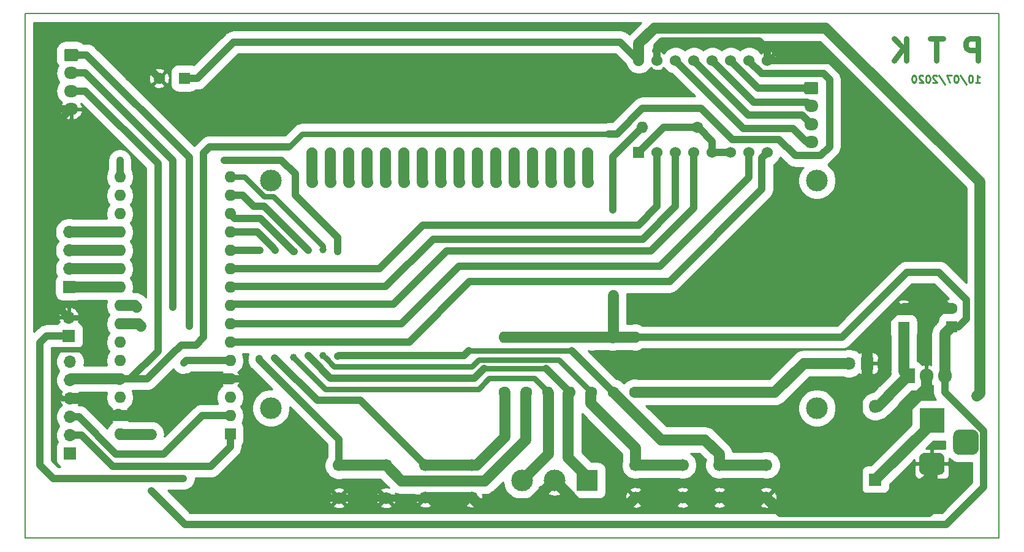
<source format=gbr>
G04 #@! TF.GenerationSoftware,KiCad,Pcbnew,(5.1.5)-3*
G04 #@! TF.CreationDate,2020-07-18T18:41:23+07:00*
G04 #@! TF.ProjectId,control_step_motor,636f6e74-726f-46c5-9f73-7465705f6d6f,rev?*
G04 #@! TF.SameCoordinates,Original*
G04 #@! TF.FileFunction,Copper,L2,Bot*
G04 #@! TF.FilePolarity,Positive*
%FSLAX46Y46*%
G04 Gerber Fmt 4.6, Leading zero omitted, Abs format (unit mm)*
G04 Created by KiCad (PCBNEW (5.1.5)-3) date 2020-07-18 18:41:23*
%MOMM*%
%LPD*%
G04 APERTURE LIST*
%ADD10C,0.250000*%
%ADD11C,0.750000*%
%ADD12C,1.524000*%
%ADD13C,1.530000*%
%ADD14R,1.530000X1.530000*%
%ADD15C,3.000000*%
%ADD16R,3.500000X3.500000*%
%ADD17C,0.100000*%
%ADD18C,1.600000*%
%ADD19O,1.600000X1.600000*%
%ADD20C,1.700000*%
%ADD21R,1.600000X1.600000*%
%ADD22R,1.905000X2.000000*%
%ADD23O,1.905000X2.000000*%
%ADD24R,3.000000X3.000000*%
%ADD25R,1.700000X1.700000*%
%ADD26O,1.700000X1.700000*%
%ADD27O,1.950000X1.700000*%
%ADD28R,1.800000X1.800000*%
%ADD29O,1.800000X1.800000*%
%ADD30C,1.800000*%
%ADD31C,1.000000*%
%ADD32C,0.200000*%
%ADD33C,1.000000*%
%ADD34C,1.500000*%
%ADD35C,0.800000*%
%ADD36C,0.254000*%
G04 APERTURE END LIST*
D10*
X219576138Y-64765180D02*
X220147566Y-64765180D01*
X219861852Y-64765180D02*
X219861852Y-63765180D01*
X219957090Y-63908038D01*
X220052328Y-64003276D01*
X220147566Y-64050895D01*
X218957090Y-63765180D02*
X218861852Y-63765180D01*
X218766614Y-63812800D01*
X218718995Y-63860419D01*
X218671376Y-63955657D01*
X218623757Y-64146133D01*
X218623757Y-64384228D01*
X218671376Y-64574704D01*
X218718995Y-64669942D01*
X218766614Y-64717561D01*
X218861852Y-64765180D01*
X218957090Y-64765180D01*
X219052328Y-64717561D01*
X219099947Y-64669942D01*
X219147566Y-64574704D01*
X219195185Y-64384228D01*
X219195185Y-64146133D01*
X219147566Y-63955657D01*
X219099947Y-63860419D01*
X219052328Y-63812800D01*
X218957090Y-63765180D01*
X217480900Y-63717561D02*
X218338042Y-65003276D01*
X216957090Y-63765180D02*
X216861852Y-63765180D01*
X216766614Y-63812800D01*
X216718995Y-63860419D01*
X216671376Y-63955657D01*
X216623757Y-64146133D01*
X216623757Y-64384228D01*
X216671376Y-64574704D01*
X216718995Y-64669942D01*
X216766614Y-64717561D01*
X216861852Y-64765180D01*
X216957090Y-64765180D01*
X217052328Y-64717561D01*
X217099947Y-64669942D01*
X217147566Y-64574704D01*
X217195185Y-64384228D01*
X217195185Y-64146133D01*
X217147566Y-63955657D01*
X217099947Y-63860419D01*
X217052328Y-63812800D01*
X216957090Y-63765180D01*
X216290423Y-63765180D02*
X215623757Y-63765180D01*
X216052328Y-64765180D01*
X214528519Y-63717561D02*
X215385661Y-65003276D01*
X214242804Y-63860419D02*
X214195185Y-63812800D01*
X214099947Y-63765180D01*
X213861852Y-63765180D01*
X213766614Y-63812800D01*
X213718995Y-63860419D01*
X213671376Y-63955657D01*
X213671376Y-64050895D01*
X213718995Y-64193752D01*
X214290423Y-64765180D01*
X213671376Y-64765180D01*
X213052328Y-63765180D02*
X212957090Y-63765180D01*
X212861852Y-63812800D01*
X212814233Y-63860419D01*
X212766614Y-63955657D01*
X212718995Y-64146133D01*
X212718995Y-64384228D01*
X212766614Y-64574704D01*
X212814233Y-64669942D01*
X212861852Y-64717561D01*
X212957090Y-64765180D01*
X213052328Y-64765180D01*
X213147566Y-64717561D01*
X213195185Y-64669942D01*
X213242804Y-64574704D01*
X213290423Y-64384228D01*
X213290423Y-64146133D01*
X213242804Y-63955657D01*
X213195185Y-63860419D01*
X213147566Y-63812800D01*
X213052328Y-63765180D01*
X212338042Y-63860419D02*
X212290423Y-63812800D01*
X212195185Y-63765180D01*
X211957090Y-63765180D01*
X211861852Y-63812800D01*
X211814233Y-63860419D01*
X211766614Y-63955657D01*
X211766614Y-64050895D01*
X211814233Y-64193752D01*
X212385661Y-64765180D01*
X211766614Y-64765180D01*
X211147566Y-63765180D02*
X211052328Y-63765180D01*
X210957090Y-63812800D01*
X210909471Y-63860419D01*
X210861852Y-63955657D01*
X210814233Y-64146133D01*
X210814233Y-64384228D01*
X210861852Y-64574704D01*
X210909471Y-64669942D01*
X210957090Y-64717561D01*
X211052328Y-64765180D01*
X211147566Y-64765180D01*
X211242804Y-64717561D01*
X211290423Y-64669942D01*
X211338042Y-64574704D01*
X211385661Y-64384228D01*
X211385661Y-64146133D01*
X211338042Y-63955657D01*
X211290423Y-63860419D01*
X211242804Y-63812800D01*
X211147566Y-63765180D01*
D11*
X219925185Y-61707542D02*
X219925185Y-58707542D01*
X218782328Y-58707542D01*
X218496614Y-58850400D01*
X218353757Y-58993257D01*
X218210900Y-59278971D01*
X218210900Y-59707542D01*
X218353757Y-59993257D01*
X218496614Y-60136114D01*
X218782328Y-60278971D01*
X219925185Y-60278971D01*
X215068042Y-58707542D02*
X213353757Y-58707542D01*
X214210900Y-61707542D02*
X214210900Y-58707542D01*
X210068042Y-61707542D02*
X210068042Y-58707542D01*
X208353757Y-61707542D02*
X209639471Y-59993257D01*
X208353757Y-58707542D02*
X210068042Y-60421828D01*
D12*
X127934720Y-74498200D03*
X130474720Y-74498200D03*
X133014720Y-74498200D03*
X135554720Y-74498200D03*
X138094720Y-74498200D03*
X140634720Y-74498200D03*
X143174720Y-74498200D03*
X145714720Y-74498200D03*
X148254720Y-74498200D03*
X150794720Y-74498200D03*
X153334720Y-74498200D03*
X155874720Y-74498200D03*
X158414720Y-74498200D03*
X160954720Y-74498200D03*
X163494720Y-74498200D03*
X166034720Y-74498200D03*
D13*
X173062900Y-61709300D03*
X175602900Y-61709300D03*
X178142900Y-61709300D03*
X180682900Y-61709300D03*
X183222900Y-61709300D03*
X185762900Y-61709300D03*
X188302900Y-61709300D03*
X190842900Y-61709300D03*
X190842900Y-74409300D03*
X188302900Y-74409300D03*
X185762900Y-74409300D03*
X183222900Y-74409300D03*
X180682900Y-74409300D03*
X178142900Y-74409300D03*
X175602900Y-74409300D03*
D14*
X173062900Y-74409300D03*
D12*
X127949001Y-78571401D03*
X130489001Y-78571401D03*
X133029001Y-78571401D03*
X135569001Y-78571401D03*
X138109001Y-78571401D03*
X140649001Y-78571401D03*
X143189001Y-78571401D03*
X145729001Y-78571401D03*
X148269001Y-78571401D03*
X150809001Y-78571401D03*
X153349001Y-78571401D03*
X155889001Y-78571401D03*
X158429001Y-78571401D03*
X160969001Y-78571401D03*
X163509001Y-78571401D03*
X166049001Y-78571401D03*
D15*
X122234001Y-78317401D03*
X197672001Y-78317401D03*
X197672001Y-109813401D03*
X122234001Y-109813401D03*
D16*
X213550500Y-111506000D03*
G04 #@! TA.AperFunction,ComponentPad*
D17*
G36*
X214624013Y-116009611D02*
G01*
X214696818Y-116020411D01*
X214768214Y-116038295D01*
X214837513Y-116063090D01*
X214904048Y-116094559D01*
X214967178Y-116132398D01*
X215026295Y-116176242D01*
X215080830Y-116225670D01*
X215130258Y-116280205D01*
X215174102Y-116339322D01*
X215211941Y-116402452D01*
X215243410Y-116468987D01*
X215268205Y-116538286D01*
X215286089Y-116609682D01*
X215296889Y-116682487D01*
X215300500Y-116756000D01*
X215300500Y-118256000D01*
X215296889Y-118329513D01*
X215286089Y-118402318D01*
X215268205Y-118473714D01*
X215243410Y-118543013D01*
X215211941Y-118609548D01*
X215174102Y-118672678D01*
X215130258Y-118731795D01*
X215080830Y-118786330D01*
X215026295Y-118835758D01*
X214967178Y-118879602D01*
X214904048Y-118917441D01*
X214837513Y-118948910D01*
X214768214Y-118973705D01*
X214696818Y-118991589D01*
X214624013Y-119002389D01*
X214550500Y-119006000D01*
X212550500Y-119006000D01*
X212476987Y-119002389D01*
X212404182Y-118991589D01*
X212332786Y-118973705D01*
X212263487Y-118948910D01*
X212196952Y-118917441D01*
X212133822Y-118879602D01*
X212074705Y-118835758D01*
X212020170Y-118786330D01*
X211970742Y-118731795D01*
X211926898Y-118672678D01*
X211889059Y-118609548D01*
X211857590Y-118543013D01*
X211832795Y-118473714D01*
X211814911Y-118402318D01*
X211804111Y-118329513D01*
X211800500Y-118256000D01*
X211800500Y-116756000D01*
X211804111Y-116682487D01*
X211814911Y-116609682D01*
X211832795Y-116538286D01*
X211857590Y-116468987D01*
X211889059Y-116402452D01*
X211926898Y-116339322D01*
X211970742Y-116280205D01*
X212020170Y-116225670D01*
X212074705Y-116176242D01*
X212133822Y-116132398D01*
X212196952Y-116094559D01*
X212263487Y-116063090D01*
X212332786Y-116038295D01*
X212404182Y-116020411D01*
X212476987Y-116009611D01*
X212550500Y-116006000D01*
X214550500Y-116006000D01*
X214624013Y-116009611D01*
G37*
G04 #@! TD.AperFunction*
G04 #@! TA.AperFunction,ComponentPad*
G36*
X219211265Y-112760213D02*
G01*
X219296204Y-112772813D01*
X219379499Y-112793677D01*
X219460348Y-112822605D01*
X219537972Y-112859319D01*
X219611624Y-112903464D01*
X219680594Y-112954616D01*
X219744218Y-113012282D01*
X219801884Y-113075906D01*
X219853036Y-113144876D01*
X219897181Y-113218528D01*
X219933895Y-113296152D01*
X219962823Y-113377001D01*
X219983687Y-113460296D01*
X219996287Y-113545235D01*
X220000500Y-113631000D01*
X220000500Y-115381000D01*
X219996287Y-115466765D01*
X219983687Y-115551704D01*
X219962823Y-115634999D01*
X219933895Y-115715848D01*
X219897181Y-115793472D01*
X219853036Y-115867124D01*
X219801884Y-115936094D01*
X219744218Y-115999718D01*
X219680594Y-116057384D01*
X219611624Y-116108536D01*
X219537972Y-116152681D01*
X219460348Y-116189395D01*
X219379499Y-116218323D01*
X219296204Y-116239187D01*
X219211265Y-116251787D01*
X219125500Y-116256000D01*
X217375500Y-116256000D01*
X217289735Y-116251787D01*
X217204796Y-116239187D01*
X217121501Y-116218323D01*
X217040652Y-116189395D01*
X216963028Y-116152681D01*
X216889376Y-116108536D01*
X216820406Y-116057384D01*
X216756782Y-115999718D01*
X216699116Y-115936094D01*
X216647964Y-115867124D01*
X216603819Y-115793472D01*
X216567105Y-115715848D01*
X216538177Y-115634999D01*
X216517313Y-115551704D01*
X216504713Y-115466765D01*
X216500500Y-115381000D01*
X216500500Y-113631000D01*
X216504713Y-113545235D01*
X216517313Y-113460296D01*
X216538177Y-113377001D01*
X216567105Y-113296152D01*
X216603819Y-113218528D01*
X216647964Y-113144876D01*
X216699116Y-113075906D01*
X216756782Y-113012282D01*
X216820406Y-112954616D01*
X216889376Y-112903464D01*
X216963028Y-112859319D01*
X217040652Y-112822605D01*
X217121501Y-112793677D01*
X217204796Y-112772813D01*
X217289735Y-112760213D01*
X217375500Y-112756000D01*
X219125500Y-112756000D01*
X219211265Y-112760213D01*
G37*
G04 #@! TD.AperFunction*
D18*
X160489900Y-99974400D03*
D19*
X160489900Y-107594400D03*
D18*
X163525200Y-99974400D03*
D19*
X163525200Y-107594400D03*
D20*
X179118400Y-122178200D03*
X172618400Y-122178200D03*
X179118400Y-117678200D03*
X172618400Y-117678200D03*
D21*
X116598700Y-113385600D03*
D19*
X101358700Y-80365600D03*
X116598700Y-110845600D03*
X101358700Y-82905600D03*
X116598700Y-108305600D03*
X101358700Y-85445600D03*
X116598700Y-105765600D03*
X101358700Y-87985600D03*
X116598700Y-103225600D03*
X101358700Y-90525600D03*
X116598700Y-100685600D03*
X101358700Y-93065600D03*
X116598700Y-98145600D03*
X101358700Y-95605600D03*
X116598700Y-95605600D03*
X101358700Y-98145600D03*
X116598700Y-93065600D03*
X101358700Y-100685600D03*
X116598700Y-90525600D03*
X101358700Y-103225600D03*
X116598700Y-87985600D03*
X101358700Y-105765600D03*
X116598700Y-85445600D03*
X101358700Y-108305600D03*
X116598700Y-82905600D03*
X101358700Y-110845600D03*
X116598700Y-80365600D03*
X101358700Y-113385600D03*
X116598700Y-77825600D03*
X101358700Y-77825600D03*
D22*
X210248500Y-105346500D03*
D23*
X212788500Y-105346500D03*
X215328500Y-105346500D03*
D24*
X165904400Y-119837200D03*
D15*
X161404400Y-119837200D03*
X156904400Y-119837200D03*
D20*
X150035400Y-122165500D03*
X143535400Y-122165500D03*
X150035400Y-117665500D03*
X143535400Y-117665500D03*
X184175400Y-117678200D03*
X190675400Y-117678200D03*
X184175400Y-122178200D03*
X190675400Y-122178200D03*
X131610100Y-117729000D03*
X138110100Y-117729000D03*
X131610100Y-122229000D03*
X138110100Y-122229000D03*
D25*
X94322900Y-99783900D03*
D26*
X94322900Y-97243900D03*
D25*
X94475300Y-116078000D03*
D26*
X94475300Y-113538000D03*
X94475300Y-110998000D03*
X94475300Y-108458000D03*
X94475300Y-105918000D03*
X94475300Y-103378000D03*
D25*
X94361000Y-93052900D03*
D26*
X94361000Y-90512900D03*
X94361000Y-87972900D03*
X94361000Y-85432900D03*
G04 #@! TA.AperFunction,ComponentPad*
D17*
G36*
X197637604Y-64670504D02*
G01*
X197661873Y-64674104D01*
X197685671Y-64680065D01*
X197708771Y-64688330D01*
X197730949Y-64698820D01*
X197751993Y-64711433D01*
X197771698Y-64726047D01*
X197789877Y-64742523D01*
X197806353Y-64760702D01*
X197820967Y-64780407D01*
X197833580Y-64801451D01*
X197844070Y-64823629D01*
X197852335Y-64846729D01*
X197858296Y-64870527D01*
X197861896Y-64894796D01*
X197863100Y-64919300D01*
X197863100Y-66119300D01*
X197861896Y-66143804D01*
X197858296Y-66168073D01*
X197852335Y-66191871D01*
X197844070Y-66214971D01*
X197833580Y-66237149D01*
X197820967Y-66258193D01*
X197806353Y-66277898D01*
X197789877Y-66296077D01*
X197771698Y-66312553D01*
X197751993Y-66327167D01*
X197730949Y-66339780D01*
X197708771Y-66350270D01*
X197685671Y-66358535D01*
X197661873Y-66364496D01*
X197637604Y-66368096D01*
X197613100Y-66369300D01*
X196163100Y-66369300D01*
X196138596Y-66368096D01*
X196114327Y-66364496D01*
X196090529Y-66358535D01*
X196067429Y-66350270D01*
X196045251Y-66339780D01*
X196024207Y-66327167D01*
X196004502Y-66312553D01*
X195986323Y-66296077D01*
X195969847Y-66277898D01*
X195955233Y-66258193D01*
X195942620Y-66237149D01*
X195932130Y-66214971D01*
X195923865Y-66191871D01*
X195917904Y-66168073D01*
X195914304Y-66143804D01*
X195913100Y-66119300D01*
X195913100Y-64919300D01*
X195914304Y-64894796D01*
X195917904Y-64870527D01*
X195923865Y-64846729D01*
X195932130Y-64823629D01*
X195942620Y-64801451D01*
X195955233Y-64780407D01*
X195969847Y-64760702D01*
X195986323Y-64742523D01*
X196004502Y-64726047D01*
X196024207Y-64711433D01*
X196045251Y-64698820D01*
X196067429Y-64688330D01*
X196090529Y-64680065D01*
X196114327Y-64674104D01*
X196138596Y-64670504D01*
X196163100Y-64669300D01*
X197613100Y-64669300D01*
X197637604Y-64670504D01*
G37*
G04 #@! TD.AperFunction*
D27*
X196888100Y-68019300D03*
X196888100Y-70519300D03*
X196888100Y-73019300D03*
D19*
X154508200Y-99987100D03*
D18*
X154508200Y-107607100D03*
D19*
X169545000Y-99987100D03*
D18*
X169545000Y-107607100D03*
D19*
X157518100Y-99987100D03*
D18*
X157518100Y-107607100D03*
D19*
X166547800Y-99974400D03*
D18*
X166547800Y-107594400D03*
X172516800Y-107607100D03*
D19*
X172516800Y-99987100D03*
D18*
X181178200Y-70967600D03*
D19*
X173558200Y-70967600D03*
D18*
X209664300Y-96166300D03*
D21*
X209664300Y-98666300D03*
X216306400Y-98539300D03*
D18*
X216306400Y-96039300D03*
D21*
X110286800Y-64160400D03*
D18*
X106786800Y-64160400D03*
D28*
X205740000Y-119722900D03*
D29*
X205740000Y-109562900D03*
D28*
X204637640Y-103606600D03*
D30*
X202097640Y-103606600D03*
G04 #@! TA.AperFunction,ComponentPad*
D17*
G36*
X95377204Y-60098504D02*
G01*
X95401473Y-60102104D01*
X95425271Y-60108065D01*
X95448371Y-60116330D01*
X95470549Y-60126820D01*
X95491593Y-60139433D01*
X95511298Y-60154047D01*
X95529477Y-60170523D01*
X95545953Y-60188702D01*
X95560567Y-60208407D01*
X95573180Y-60229451D01*
X95583670Y-60251629D01*
X95591935Y-60274729D01*
X95597896Y-60298527D01*
X95601496Y-60322796D01*
X95602700Y-60347300D01*
X95602700Y-61547300D01*
X95601496Y-61571804D01*
X95597896Y-61596073D01*
X95591935Y-61619871D01*
X95583670Y-61642971D01*
X95573180Y-61665149D01*
X95560567Y-61686193D01*
X95545953Y-61705898D01*
X95529477Y-61724077D01*
X95511298Y-61740553D01*
X95491593Y-61755167D01*
X95470549Y-61767780D01*
X95448371Y-61778270D01*
X95425271Y-61786535D01*
X95401473Y-61792496D01*
X95377204Y-61796096D01*
X95352700Y-61797300D01*
X93902700Y-61797300D01*
X93878196Y-61796096D01*
X93853927Y-61792496D01*
X93830129Y-61786535D01*
X93807029Y-61778270D01*
X93784851Y-61767780D01*
X93763807Y-61755167D01*
X93744102Y-61740553D01*
X93725923Y-61724077D01*
X93709447Y-61705898D01*
X93694833Y-61686193D01*
X93682220Y-61665149D01*
X93671730Y-61642971D01*
X93663465Y-61619871D01*
X93657504Y-61596073D01*
X93653904Y-61571804D01*
X93652700Y-61547300D01*
X93652700Y-60347300D01*
X93653904Y-60322796D01*
X93657504Y-60298527D01*
X93663465Y-60274729D01*
X93671730Y-60251629D01*
X93682220Y-60229451D01*
X93694833Y-60208407D01*
X93709447Y-60188702D01*
X93725923Y-60170523D01*
X93744102Y-60154047D01*
X93763807Y-60139433D01*
X93784851Y-60126820D01*
X93807029Y-60116330D01*
X93830129Y-60108065D01*
X93853927Y-60102104D01*
X93878196Y-60098504D01*
X93902700Y-60097300D01*
X95352700Y-60097300D01*
X95377204Y-60098504D01*
G37*
G04 #@! TD.AperFunction*
D27*
X94627700Y-63447300D03*
X94627700Y-65947300D03*
X94627700Y-68447300D03*
D31*
X213042500Y-88493600D03*
X213042500Y-93827600D03*
X110172500Y-103568500D03*
X110147102Y-119545100D03*
X108712000Y-95872300D03*
X103657400Y-95808800D03*
X110934500Y-98475800D03*
X104254300Y-98475800D03*
X120688100Y-87998300D03*
X120599200Y-102984300D03*
X122770899Y-102870001D03*
X122859800Y-87934800D03*
X129451100Y-87884000D03*
X129438400Y-102514400D03*
X131419600Y-88112600D03*
X115785900Y-75526900D03*
X101358700Y-75552300D03*
X131495800Y-102616000D03*
X105676700Y-113436400D03*
X105727500Y-121208800D03*
X169532300Y-94272100D03*
X169494200Y-82372200D03*
X127393700Y-87947500D03*
X127406398Y-102565200D03*
X125425200Y-88099900D03*
X125387100Y-102793800D03*
X219760800Y-108153200D03*
X207543400Y-108127800D03*
D32*
X222770700Y-127749300D02*
X222770700Y-55303310D01*
X222796100Y-55227110D02*
X88272510Y-55227110D01*
X88272510Y-55227110D02*
X88272510Y-127792590D01*
X88272510Y-127792590D02*
X89662000Y-127792590D01*
X222758000Y-127787400D02*
X222783400Y-127762000D01*
X89649300Y-127787400D02*
X222758000Y-127787400D01*
D33*
X116598700Y-115185600D02*
X116598700Y-113385600D01*
X113902900Y-117881400D02*
X116598700Y-115185600D01*
X94475300Y-113538000D02*
X96024700Y-113538000D01*
X100368100Y-117881400D02*
X113902900Y-117881400D01*
X96024700Y-113538000D02*
X100368100Y-117881400D01*
X100838000Y-116128800D02*
X107429300Y-116128800D01*
X94475300Y-110998000D02*
X95707200Y-110998000D01*
X112712500Y-110845600D02*
X116598700Y-110845600D01*
X107429300Y-116128800D02*
X112712500Y-110845600D01*
X95707200Y-110998000D02*
X100838000Y-116128800D01*
D34*
X94373700Y-85445600D02*
X94361000Y-85432900D01*
X101358700Y-85445600D02*
X94373700Y-85445600D01*
X150035400Y-122165500D02*
X143535400Y-122165500D01*
X159904401Y-121337199D02*
X161404400Y-119837200D01*
X158226101Y-123015499D02*
X159904401Y-121337199D01*
X150885399Y-123015499D02*
X158226101Y-123015499D01*
X150035400Y-122165500D02*
X150885399Y-123015499D01*
X161404400Y-119837200D02*
X164595399Y-123028199D01*
X171768401Y-123028199D02*
X172618400Y-122178200D01*
X164595399Y-123028199D02*
X171768401Y-123028199D01*
X172618400Y-122178200D02*
X179118400Y-122178200D01*
X179118400Y-122178200D02*
X184175400Y-122178200D01*
X184175400Y-122178200D02*
X190675400Y-122178200D01*
D33*
X131610100Y-122229000D02*
X138110100Y-122229000D01*
X143471900Y-122229000D02*
X143535400Y-122165500D01*
X138110100Y-122229000D02*
X143471900Y-122229000D01*
X216179400Y-96166300D02*
X216306400Y-96039300D01*
D34*
X209791300Y-96039300D02*
X209664300Y-96166300D01*
X216306400Y-96039300D02*
X209791300Y-96039300D01*
X210703800Y-96166300D02*
X213042500Y-93827600D01*
X209664300Y-96166300D02*
X210703800Y-96166300D01*
X208532930Y-96166300D02*
X209664300Y-96166300D01*
X204637640Y-100061590D02*
X208532930Y-96166300D01*
X204637640Y-103606600D02*
X204637640Y-100061590D01*
X213550500Y-121412000D02*
X213550500Y-117506000D01*
X190675400Y-122178200D02*
X192652400Y-124155200D01*
X192652400Y-124155200D02*
X213042500Y-124155200D01*
X213042500Y-124155200D02*
X213563200Y-123634500D01*
X213563200Y-123634500D02*
X213563200Y-121424700D01*
X213563200Y-121424700D02*
X213550500Y-121412000D01*
X203276200Y-116611400D02*
X203276200Y-121500900D01*
X204038200Y-122262900D02*
X210293600Y-122262900D01*
X210293600Y-122262900D02*
X213550500Y-119006000D01*
X213550500Y-119006000D02*
X213550500Y-117506000D01*
X203276200Y-121500900D02*
X204038200Y-122262900D01*
X204637640Y-105750360D02*
X204637640Y-103606600D01*
X203263500Y-116582998D02*
X203263500Y-107124500D01*
X203263500Y-107124500D02*
X204637640Y-105750360D01*
D33*
X93237700Y-68447300D02*
X94627700Y-68447300D01*
X100906700Y-58280300D02*
X93433900Y-58280300D01*
X106786800Y-64160400D02*
X100906700Y-58280300D01*
X93433900Y-58280300D02*
X92189300Y-59524900D01*
X92189300Y-59524900D02*
X92189300Y-67398900D01*
X92189300Y-67398900D02*
X93237700Y-68447300D01*
X118313200Y-105765600D02*
X119037100Y-106489500D01*
X116598700Y-105765600D02*
X118313200Y-105765600D01*
X119037100Y-106489500D02*
X119037100Y-110858081D01*
X130408019Y-122229000D02*
X131610100Y-122229000D01*
X119037100Y-110858081D02*
X130408019Y-122229000D01*
X189687200Y-59055000D02*
X190842900Y-60210700D01*
X190842900Y-60210700D02*
X190842900Y-61709300D01*
X175602900Y-61709300D02*
X175602900Y-59715400D01*
X176263300Y-59055000D02*
X189687200Y-59055000D01*
X175602900Y-59715400D02*
X176263300Y-59055000D01*
D34*
X101358700Y-110845600D02*
X101155500Y-110642400D01*
X110629700Y-105765600D02*
X116598700Y-105765600D01*
X101358700Y-110845600D02*
X105549700Y-110845600D01*
X105549700Y-110845600D02*
X110629700Y-105765600D01*
D33*
X213042500Y-75222100D02*
X213042500Y-88493600D01*
X190842900Y-61709300D02*
X199529700Y-61709300D01*
X199529700Y-61709300D02*
X213042500Y-75222100D01*
X91427300Y-71647700D02*
X94627700Y-68447300D01*
X94322900Y-97243900D02*
X91427300Y-94348300D01*
X91427300Y-94348300D02*
X91427300Y-71647700D01*
D34*
X97053400Y-108458000D02*
X94475300Y-108458000D01*
X101358700Y-110845600D02*
X99441000Y-110845600D01*
X99441000Y-110845600D02*
X97053400Y-108458000D01*
D35*
X93332300Y-108458000D02*
X94475300Y-108458000D01*
X92240100Y-102057200D02*
X92240100Y-107365800D01*
X92646500Y-101650800D02*
X92240100Y-102057200D01*
X96659700Y-101650800D02*
X92646500Y-101650800D01*
X92240100Y-107365800D02*
X93332300Y-108458000D01*
X94322900Y-97243900D02*
X96405700Y-97243900D01*
X97320100Y-98158300D02*
X97320100Y-100990400D01*
X96405700Y-97243900D02*
X97320100Y-98158300D01*
X97320100Y-100990400D02*
X96659700Y-101650800D01*
D34*
X212788500Y-105346500D02*
X212788500Y-107057998D01*
X204279500Y-115608100D02*
X203276200Y-116611400D01*
X212788500Y-107057998D02*
X203263500Y-116582998D01*
X94373700Y-87985600D02*
X94361000Y-87972900D01*
X101358700Y-87985600D02*
X94373700Y-87985600D01*
D33*
X110515400Y-103225600D02*
X110172500Y-103568500D01*
X116598700Y-103225600D02*
X110515400Y-103225600D01*
X109581417Y-119545100D02*
X110147102Y-119545100D01*
X91274900Y-99783900D02*
X90271600Y-100787200D01*
X92163900Y-119545100D02*
X109581417Y-119545100D01*
X94322900Y-99783900D02*
X91274900Y-99783900D01*
X90271600Y-100787200D02*
X90271600Y-117652800D01*
X90271600Y-117652800D02*
X92163900Y-119545100D01*
D34*
X94373700Y-90525600D02*
X94361000Y-90512900D01*
X101358700Y-90525600D02*
X94373700Y-90525600D01*
D33*
X117730070Y-98145600D02*
X116598700Y-98145600D01*
X188302900Y-77889100D02*
X175996600Y-90195400D01*
X175996600Y-90195400D02*
X148196300Y-90195400D01*
X188302900Y-74409300D02*
X188302900Y-77889100D01*
X140246100Y-98145600D02*
X117730070Y-98145600D01*
X148196300Y-90195400D02*
X140246100Y-98145600D01*
D35*
X100812600Y-93065600D02*
X101358700Y-93065600D01*
D34*
X94373700Y-93065600D02*
X94361000Y-93052900D01*
X101358700Y-93065600D02*
X94373700Y-93065600D01*
D33*
X190077901Y-75174299D02*
X190842900Y-74409300D01*
X190077901Y-79543099D02*
X190077901Y-75174299D01*
X116611400Y-100672900D02*
X141325600Y-100672900D01*
X116598700Y-100685600D02*
X116611400Y-100672900D01*
X141325600Y-100672900D02*
X149682200Y-92316300D01*
X149682200Y-92316300D02*
X177304700Y-92316300D01*
X177304700Y-92316300D02*
X190077901Y-79543099D01*
X108712000Y-75556600D02*
X108712000Y-95872300D01*
X94627700Y-63447300D02*
X96602700Y-63447300D01*
X96602700Y-63447300D02*
X108712000Y-75556600D01*
X101561900Y-95808800D02*
X101358700Y-95605600D01*
D34*
X103454200Y-95605600D02*
X103657400Y-95808800D01*
X101358700Y-95605600D02*
X103454200Y-95605600D01*
D33*
X175602900Y-81915000D02*
X173050200Y-84467700D01*
X143230600Y-84467700D02*
X137198100Y-90500200D01*
X116624100Y-90500200D02*
X116598700Y-90525600D01*
X173050200Y-84467700D02*
X143230600Y-84467700D01*
X175602900Y-74409300D02*
X175602900Y-81915000D01*
X137198100Y-90500200D02*
X116624100Y-90500200D01*
X110934500Y-75120500D02*
X110934500Y-98475800D01*
X94627700Y-60947300D02*
X96761300Y-60947300D01*
X96761300Y-60947300D02*
X110934500Y-75120500D01*
D34*
X103924100Y-98145600D02*
X104254300Y-98475800D01*
X101358700Y-98145600D02*
X103924100Y-98145600D01*
D33*
X116687600Y-92976700D02*
X116598700Y-93065600D01*
X173609000Y-86410800D02*
X144665700Y-86410800D01*
X178142900Y-74409300D02*
X178142900Y-81876900D01*
X138099800Y-92976700D02*
X116687600Y-92976700D01*
X178142900Y-81876900D02*
X173609000Y-86410800D01*
X144665700Y-86410800D02*
X138099800Y-92976700D01*
X116789200Y-95415100D02*
X116598700Y-95605600D01*
X180682900Y-82092800D02*
X174713900Y-88061800D01*
X180682900Y-74409300D02*
X180682900Y-82092800D01*
X174713900Y-88061800D02*
X146494500Y-88061800D01*
X146494500Y-88061800D02*
X139141200Y-95415100D01*
X139141200Y-95415100D02*
X116789200Y-95415100D01*
D34*
X131610100Y-117729000D02*
X138110100Y-117729000D01*
X157480000Y-114185700D02*
X157480000Y-107645200D01*
X138110100Y-117729000D02*
X140269100Y-119888000D01*
X157480000Y-107645200D02*
X157518100Y-107607100D01*
X151777700Y-119888000D02*
X157480000Y-114185700D01*
X140269100Y-119888000D02*
X151777700Y-119888000D01*
D33*
X116598700Y-87985600D02*
X120675400Y-87985600D01*
X120675400Y-87985600D02*
X120688100Y-87998300D01*
X120599200Y-103119271D02*
X120599200Y-102984300D01*
X131610100Y-117729000D02*
X131610100Y-114130171D01*
X131610100Y-114130171D02*
X120599200Y-103119271D01*
D34*
X101320600Y-105803700D02*
X101358700Y-105765600D01*
D33*
X170027600Y-71843900D02*
X168859200Y-71843900D01*
X199402700Y-73621900D02*
X198145400Y-74879200D01*
X198577200Y-63500000D02*
X199402700Y-64325500D01*
X188302900Y-61709300D02*
X188302900Y-61772800D01*
X173570900Y-68300600D02*
X170027600Y-71843900D01*
X199402700Y-64325500D02*
X199402700Y-73621900D01*
X190030100Y-63500000D02*
X198577200Y-63500000D01*
X181686200Y-68300600D02*
X173570900Y-68300600D01*
X188302900Y-61772800D02*
X190030100Y-63500000D01*
X194691000Y-74879200D02*
X192417700Y-72605900D01*
X192417700Y-72605900D02*
X185991500Y-72605900D01*
X198145400Y-74879200D02*
X194691000Y-74879200D01*
X185991500Y-72605900D02*
X181686200Y-68300600D01*
D35*
X126542800Y-71843900D02*
X168859200Y-71843900D01*
X124701300Y-73621900D02*
X124764800Y-73621900D01*
X124764800Y-73621900D02*
X126542800Y-71843900D01*
D33*
X106616500Y-101904800D02*
X102755700Y-105765600D01*
X102755700Y-105765600D02*
X101358700Y-105765600D01*
X94627700Y-65947300D02*
X96602700Y-65947300D01*
X106616500Y-75961100D02*
X106616500Y-101904800D01*
X96602700Y-65947300D02*
X106616500Y-75961100D01*
X108534200Y-102374700D02*
X108483400Y-102374700D01*
X109829600Y-101079300D02*
X108534200Y-102374700D01*
X108483400Y-102374700D02*
X105092500Y-105765600D01*
X111861600Y-101079300D02*
X109829600Y-101079300D01*
X105092500Y-105765600D02*
X101358700Y-105765600D01*
X124675900Y-73647300D02*
X113792000Y-73647300D01*
X124701300Y-73621900D02*
X124675900Y-73647300D01*
X113792000Y-73647300D02*
X112928400Y-74510900D01*
X112928400Y-74510900D02*
X112928400Y-100012500D01*
X112928400Y-100012500D02*
X111861600Y-101079300D01*
D34*
X94627700Y-105765600D02*
X94475300Y-105918000D01*
X101358700Y-105765600D02*
X94627700Y-105765600D01*
X143535400Y-117665500D02*
X150035400Y-117665500D01*
X154546300Y-113792000D02*
X150672800Y-117665500D01*
X150672800Y-117665500D02*
X150035400Y-117665500D01*
X154508200Y-107607100D02*
X154546300Y-107645200D01*
X154546300Y-107645200D02*
X154546300Y-113792000D01*
D33*
X122459801Y-87534801D02*
X122859800Y-87934800D01*
X116598700Y-85445600D02*
X120370600Y-85445600D01*
X120370600Y-85445600D02*
X122459801Y-87534801D01*
X134620000Y-108750100D02*
X128650998Y-108750100D01*
X143535400Y-117665500D02*
X134620000Y-108750100D01*
X123170898Y-103270000D02*
X122770899Y-102870001D01*
X128650998Y-108750100D02*
X123170898Y-103270000D01*
D34*
X172618400Y-117678200D02*
X179118400Y-117678200D01*
X166433500Y-109169200D02*
X166433500Y-107683300D01*
X172618400Y-117678200D02*
X172618400Y-115354100D01*
X172618400Y-115354100D02*
X166433500Y-109169200D01*
D35*
X122555000Y-80518000D02*
X129451100Y-87414100D01*
X118554500Y-77825600D02*
X120611900Y-79883000D01*
X116598700Y-77825600D02*
X118554500Y-77825600D01*
X129451100Y-87414100D02*
X129451100Y-87884000D01*
X120611900Y-79883000D02*
X120637300Y-79883000D01*
X120637300Y-79883000D02*
X121272300Y-80518000D01*
X121272300Y-80518000D02*
X122555000Y-80518000D01*
X129838399Y-102914399D02*
X129438400Y-102514400D01*
X162039300Y-103085900D02*
X150952200Y-103085900D01*
X166547800Y-107594400D02*
X162039300Y-103085900D01*
X149999700Y-104038400D02*
X130962400Y-104038400D01*
X150952200Y-103085900D02*
X149999700Y-104038400D01*
X130962400Y-104038400D02*
X129838399Y-102914399D01*
D34*
X184111900Y-117614700D02*
X184175400Y-117678200D01*
X184175400Y-117678200D02*
X190675400Y-117678200D01*
X176123600Y-114185700D02*
X169545000Y-107607100D01*
X182194200Y-114185700D02*
X176123600Y-114185700D01*
X184175400Y-117678200D02*
X184175400Y-116166900D01*
X184175400Y-116166900D02*
X182194200Y-114185700D01*
D33*
X101358700Y-75552300D02*
X101358700Y-77825600D01*
X123685300Y-75526900D02*
X115785900Y-75526900D01*
X125577600Y-80378300D02*
X125577600Y-77419200D01*
X131419600Y-88112600D02*
X131419600Y-86220300D01*
X125577600Y-77419200D02*
X123685300Y-75526900D01*
X131419600Y-86220300D02*
X125577600Y-80378300D01*
X131610100Y-102501700D02*
X131495800Y-102616000D01*
X148869400Y-102501700D02*
X131610100Y-102501700D01*
X149542500Y-101828600D02*
X148869400Y-102501700D01*
X169545000Y-107607100D02*
X163766500Y-101828600D01*
D35*
X149542500Y-101828600D02*
X163766500Y-101828600D01*
D34*
X169468800Y-100063300D02*
X169545000Y-99987100D01*
X169545000Y-99987100D02*
X172516800Y-99987100D01*
X154508200Y-99987100D02*
X157518100Y-99987100D01*
X160477200Y-99987100D02*
X160489900Y-99974400D01*
X157518100Y-99987100D02*
X160477200Y-99987100D01*
X160489900Y-99974400D02*
X163525200Y-99974400D01*
X163525200Y-99974400D02*
X166547800Y-99974400D01*
X169532300Y-99974400D02*
X169545000Y-99987100D01*
X166547800Y-99974400D02*
X169532300Y-99974400D01*
D33*
X217220800Y-98539300D02*
X216306400Y-98539300D01*
X218338400Y-97421700D02*
X217220800Y-98539300D01*
X201104500Y-99987100D02*
X210083400Y-91008200D01*
X172516800Y-99987100D02*
X201104500Y-99987100D01*
X210083400Y-91008200D02*
X214541100Y-91008200D01*
X218338400Y-94805500D02*
X218338400Y-97421700D01*
X214541100Y-91008200D02*
X218338400Y-94805500D01*
D34*
X169545000Y-94284800D02*
X169532300Y-94272100D01*
X169545000Y-99987100D02*
X169545000Y-94284800D01*
D33*
X169545000Y-97917000D02*
X169557700Y-97904300D01*
X169557700Y-94297500D02*
X169532300Y-94272100D01*
X169494200Y-81806515D02*
X169494200Y-82372200D01*
X169494200Y-75031600D02*
X169494200Y-81806515D01*
X173558200Y-70967600D02*
X169494200Y-75031600D01*
D34*
X101409500Y-113436400D02*
X101358700Y-113385600D01*
X105676700Y-113436400D02*
X101409500Y-113436400D01*
D33*
X220700510Y-112978610D02*
X220700510Y-120751690D01*
X220700510Y-120751690D02*
X215569800Y-125882400D01*
X110401100Y-125882400D02*
X105727500Y-121208800D01*
X215328500Y-105346500D02*
X215328500Y-107606600D01*
X215328500Y-107606600D02*
X220700510Y-112978610D01*
X215569800Y-125882400D02*
X110401100Y-125882400D01*
D34*
X215328500Y-99517200D02*
X216306400Y-98539300D01*
X215328500Y-105346500D02*
X215328500Y-99517200D01*
X165836600Y-119769400D02*
X165904400Y-119837200D01*
X163322000Y-107797600D02*
X163525200Y-107594400D01*
X165904400Y-119837200D02*
X165904400Y-119270000D01*
X163322000Y-116687600D02*
X163322000Y-107797600D01*
X165904400Y-119270000D02*
X163322000Y-116687600D01*
D33*
X121335800Y-81889600D02*
X126993701Y-87547501D01*
X126993701Y-87547501D02*
X127393700Y-87947500D01*
X116598700Y-80365600D02*
X118325900Y-80365600D01*
X119849900Y-81889600D02*
X121335800Y-81889600D01*
X118325900Y-80365600D02*
X119849900Y-81889600D01*
X151650700Y-104330500D02*
X150355300Y-105625900D01*
X150355300Y-105625900D02*
X130467098Y-105625900D01*
X163525200Y-107594400D02*
X160261300Y-104330500D01*
X130467098Y-105625900D02*
X127906397Y-103065199D01*
X127906397Y-103065199D02*
X127406398Y-102565200D01*
D35*
X151650700Y-104330500D02*
X160261300Y-104330500D01*
D34*
X156997400Y-119744200D02*
X156904400Y-119837200D01*
X160578800Y-107683300D02*
X160489900Y-107594400D01*
X156904400Y-119837200D02*
X160578800Y-116162800D01*
X160578800Y-116162800D02*
X160578800Y-107683300D01*
D33*
X125336300Y-88099900D02*
X125425200Y-88099900D01*
X120764300Y-83527900D02*
X125336300Y-88099900D01*
X116598700Y-82905600D02*
X117221000Y-83527900D01*
X117221000Y-83527900D02*
X120764300Y-83527900D01*
D35*
X160489900Y-107594400D02*
X160489900Y-107543600D01*
X150894949Y-107162600D02*
X129755900Y-107162600D01*
X152355449Y-105702100D02*
X150894949Y-107162600D01*
X158648400Y-105702100D02*
X152355449Y-105702100D01*
X160489900Y-107543600D02*
X158648400Y-105702100D01*
X129755900Y-107162600D02*
X125787099Y-103193799D01*
X125787099Y-103193799D02*
X125387100Y-102793800D01*
D33*
X170510200Y-59156600D02*
X172297901Y-60944301D01*
X117090600Y-59156600D02*
X170510200Y-59156600D01*
X172297901Y-60944301D02*
X173062900Y-61709300D01*
X110286800Y-64160400D02*
X112086800Y-64160400D01*
X112086800Y-64160400D02*
X117090600Y-59156600D01*
X205740000Y-109562900D02*
X206032100Y-109562900D01*
X209626200Y-98704400D02*
X209664300Y-98666300D01*
D34*
X206108300Y-109562900D02*
X207543400Y-108127800D01*
X205740000Y-109562900D02*
X206108300Y-109562900D01*
X207543400Y-108051600D02*
X210248500Y-105346500D01*
X207543400Y-108127800D02*
X207543400Y-108051600D01*
X209664300Y-104762300D02*
X209664300Y-98666300D01*
X210248500Y-105346500D02*
X209664300Y-104762300D01*
X220160799Y-78530399D02*
X220160799Y-107753201D01*
X198882000Y-57251600D02*
X220160799Y-78530399D01*
X173062900Y-61709300D02*
X173062900Y-59385200D01*
X175196500Y-57251600D02*
X198882000Y-57251600D01*
X220160799Y-107753201D02*
X219760800Y-108153200D01*
X173062900Y-59385200D02*
X175196500Y-57251600D01*
D33*
X196728700Y-72859900D02*
X196888100Y-73019300D01*
X194348100Y-71094600D02*
X196113400Y-72859900D01*
X196113400Y-72859900D02*
X196728700Y-72859900D01*
X178142900Y-61709300D02*
X187528200Y-71094600D01*
X187528200Y-71094600D02*
X194348100Y-71094600D01*
X195596500Y-69227700D02*
X196888100Y-70519300D01*
X180682900Y-61709300D02*
X188201300Y-69227700D01*
X188201300Y-69227700D02*
X195596500Y-69227700D01*
X196331200Y-67462400D02*
X196888100Y-68019300D01*
X183222900Y-61709300D02*
X188976000Y-67462400D01*
X188976000Y-67462400D02*
X196331200Y-67462400D01*
X195913100Y-65519300D02*
X196888100Y-65519300D01*
X185762900Y-61709300D02*
X189572900Y-65519300D01*
X189572900Y-65519300D02*
X195913100Y-65519300D01*
X183222900Y-74409300D02*
X185762900Y-74409300D01*
X176504600Y-70967600D02*
X173062900Y-74409300D01*
X181178200Y-70967600D02*
X176504600Y-70967600D01*
X183222900Y-72885300D02*
X183222900Y-74409300D01*
X181178200Y-70967600D02*
X181305200Y-70967600D01*
X181305200Y-70967600D02*
X183222900Y-72885300D01*
D34*
X127934720Y-78557120D02*
X127949001Y-78571401D01*
X127934720Y-74498200D02*
X127934720Y-78557120D01*
X130474720Y-78557120D02*
X130489001Y-78571401D01*
X130474720Y-74498200D02*
X130474720Y-78557120D01*
X133014720Y-78557120D02*
X133029001Y-78571401D01*
X133014720Y-74498200D02*
X133014720Y-78557120D01*
X135554720Y-78557120D02*
X135569001Y-78571401D01*
X135554720Y-74498200D02*
X135554720Y-78557120D01*
X138094720Y-78557120D02*
X138109001Y-78571401D01*
X138094720Y-74498200D02*
X138094720Y-78557120D01*
X140634720Y-78557120D02*
X140649001Y-78571401D01*
X140634720Y-74498200D02*
X140634720Y-78557120D01*
X143174720Y-78557120D02*
X143189001Y-78571401D01*
X143174720Y-74498200D02*
X143174720Y-78557120D01*
X145714720Y-78557120D02*
X145729001Y-78571401D01*
X145714720Y-74498200D02*
X145714720Y-78557120D01*
X148254720Y-78557120D02*
X148269001Y-78571401D01*
X148254720Y-74498200D02*
X148254720Y-78557120D01*
X150794720Y-78557120D02*
X150809001Y-78571401D01*
X150794720Y-74498200D02*
X150794720Y-78557120D01*
X153334720Y-78557120D02*
X153349001Y-78571401D01*
X153334720Y-74498200D02*
X153334720Y-78557120D01*
X155874720Y-78557120D02*
X155889001Y-78571401D01*
X155874720Y-74498200D02*
X155874720Y-78557120D01*
X158414720Y-78557120D02*
X158429001Y-78571401D01*
X158414720Y-74498200D02*
X158414720Y-78557120D01*
X160954720Y-78557120D02*
X160969001Y-78571401D01*
X160954720Y-74498200D02*
X160954720Y-78557120D01*
X163494720Y-78557120D02*
X163509001Y-78571401D01*
X163494720Y-74498200D02*
X163494720Y-78557120D01*
X166034720Y-78557120D02*
X166049001Y-78571401D01*
X166034720Y-74498200D02*
X166034720Y-78557120D01*
X191846200Y-107607100D02*
X195846700Y-103606600D01*
X172516800Y-107607100D02*
X191846200Y-107607100D01*
X195846700Y-103606600D02*
X202097640Y-103606600D01*
D33*
X213550500Y-111506000D02*
X212445600Y-111506000D01*
D34*
X213550500Y-111912400D02*
X205740000Y-119722900D01*
X213550500Y-111506000D02*
X213550500Y-111912400D01*
D36*
G36*
X215894557Y-94662583D02*
G01*
X215690108Y-94735697D01*
X215564886Y-94802629D01*
X215493303Y-95046598D01*
X216306400Y-95859695D01*
X216320543Y-95845553D01*
X216500148Y-96025158D01*
X216486005Y-96039300D01*
X216500148Y-96053443D01*
X216320543Y-96233048D01*
X216306400Y-96218905D01*
X216292258Y-96233048D01*
X216112653Y-96053443D01*
X216126795Y-96039300D01*
X215313698Y-95226203D01*
X215069729Y-95297786D01*
X214948829Y-95553296D01*
X214880100Y-95827484D01*
X214866183Y-96109812D01*
X214907613Y-96389430D01*
X215002797Y-96655592D01*
X215033976Y-96713924D01*
X214877243Y-96797700D01*
X214705635Y-96938535D01*
X214564800Y-97110143D01*
X214460150Y-97305929D01*
X214395707Y-97518369D01*
X214373947Y-97739300D01*
X214373947Y-97817275D01*
X214066461Y-98124761D01*
X213994840Y-98183539D01*
X213936062Y-98255160D01*
X213936059Y-98255163D01*
X213895370Y-98304743D01*
X213760281Y-98469349D01*
X213634644Y-98704400D01*
X213585988Y-98795428D01*
X213478659Y-99149244D01*
X213442419Y-99517200D01*
X213451501Y-99609412D01*
X213451500Y-103864365D01*
X213379594Y-103826929D01*
X213161480Y-103755937D01*
X212915500Y-103875906D01*
X212915500Y-105219500D01*
X212935500Y-105219500D01*
X212935500Y-105473500D01*
X212915500Y-105473500D01*
X212915500Y-106817094D01*
X213161480Y-106937063D01*
X213379594Y-106866071D01*
X213655423Y-106722469D01*
X213699549Y-106687051D01*
X213701501Y-106689429D01*
X213701501Y-107526676D01*
X213693629Y-107606600D01*
X213701501Y-107686525D01*
X213725043Y-107925548D01*
X213817166Y-108229239D01*
X213818076Y-108232238D01*
X213969154Y-108514885D01*
X214058330Y-108623547D01*
X211800500Y-108623547D01*
X211579569Y-108645307D01*
X211367129Y-108709750D01*
X211171343Y-108814400D01*
X210999735Y-108955235D01*
X210858900Y-109126843D01*
X210754250Y-109322629D01*
X210689807Y-109535069D01*
X210668047Y-109756000D01*
X210668047Y-112140374D01*
X205117975Y-117690447D01*
X204840000Y-117690447D01*
X204619069Y-117712207D01*
X204406629Y-117776650D01*
X204210843Y-117881300D01*
X204039235Y-118022135D01*
X203898400Y-118193743D01*
X203793750Y-118389529D01*
X203729307Y-118601969D01*
X203707547Y-118822900D01*
X203707547Y-120622900D01*
X203729307Y-120843831D01*
X203793750Y-121056271D01*
X203898400Y-121252057D01*
X204039235Y-121423665D01*
X204210843Y-121564500D01*
X204406629Y-121669150D01*
X204619069Y-121733593D01*
X204840000Y-121755353D01*
X206640000Y-121755353D01*
X206860931Y-121733593D01*
X207073371Y-121669150D01*
X207269157Y-121564500D01*
X207440765Y-121423665D01*
X207581600Y-121252057D01*
X207686250Y-121056271D01*
X207750693Y-120843831D01*
X207772453Y-120622900D01*
X207772453Y-120344925D01*
X209111378Y-119006000D01*
X211162428Y-119006000D01*
X211174688Y-119130482D01*
X211210998Y-119250180D01*
X211269963Y-119360494D01*
X211349315Y-119457185D01*
X211446006Y-119536537D01*
X211556320Y-119595502D01*
X211676018Y-119631812D01*
X211800500Y-119644072D01*
X213264750Y-119641000D01*
X213423500Y-119482250D01*
X213423500Y-117633000D01*
X213677500Y-117633000D01*
X213677500Y-119482250D01*
X213836250Y-119641000D01*
X215300500Y-119644072D01*
X215424982Y-119631812D01*
X215544680Y-119595502D01*
X215654994Y-119536537D01*
X215751685Y-119457185D01*
X215831037Y-119360494D01*
X215890002Y-119250180D01*
X215926312Y-119130482D01*
X215938572Y-119006000D01*
X215935500Y-117791750D01*
X215776750Y-117633000D01*
X213677500Y-117633000D01*
X213423500Y-117633000D01*
X211324250Y-117633000D01*
X211165500Y-117791750D01*
X211162428Y-119006000D01*
X209111378Y-119006000D01*
X211164823Y-116952556D01*
X211165500Y-117220250D01*
X211324250Y-117379000D01*
X213423500Y-117379000D01*
X213423500Y-115529750D01*
X213264750Y-115371000D01*
X212747464Y-115369915D01*
X213728926Y-114388453D01*
X215300500Y-114388453D01*
X215368047Y-114381800D01*
X215368047Y-115374581D01*
X215300500Y-115367928D01*
X213836250Y-115371000D01*
X213677500Y-115529750D01*
X213677500Y-117379000D01*
X215776750Y-117379000D01*
X215935500Y-117220250D01*
X215936622Y-116776852D01*
X215956016Y-116800484D01*
X216260219Y-117050136D01*
X216607281Y-117235645D01*
X216983865Y-117349880D01*
X217375500Y-117388453D01*
X219073511Y-117388453D01*
X219073511Y-120077764D01*
X214895875Y-124255400D01*
X111075025Y-124255400D01*
X110077022Y-123257397D01*
X130761308Y-123257397D01*
X130838943Y-123506472D01*
X131102983Y-123632371D01*
X131386511Y-123704339D01*
X131678631Y-123719611D01*
X131968119Y-123677599D01*
X132243847Y-123579919D01*
X132381257Y-123506472D01*
X132458892Y-123257397D01*
X137261308Y-123257397D01*
X137338943Y-123506472D01*
X137602983Y-123632371D01*
X137886511Y-123704339D01*
X138178631Y-123719611D01*
X138468119Y-123677599D01*
X138743847Y-123579919D01*
X138881257Y-123506472D01*
X138958892Y-123257397D01*
X138895392Y-123193897D01*
X142686608Y-123193897D01*
X142764243Y-123442972D01*
X143028283Y-123568871D01*
X143311811Y-123640839D01*
X143603931Y-123656111D01*
X143893419Y-123614099D01*
X144169147Y-123516419D01*
X144306557Y-123442972D01*
X144384192Y-123193897D01*
X149186608Y-123193897D01*
X149264243Y-123442972D01*
X149528283Y-123568871D01*
X149811811Y-123640839D01*
X150103931Y-123656111D01*
X150393419Y-123614099D01*
X150669147Y-123516419D01*
X150806557Y-123442972D01*
X150880233Y-123206597D01*
X171769608Y-123206597D01*
X171847243Y-123455672D01*
X172111283Y-123581571D01*
X172394811Y-123653539D01*
X172686931Y-123668811D01*
X172976419Y-123626799D01*
X173252147Y-123529119D01*
X173389557Y-123455672D01*
X173467192Y-123206597D01*
X178269608Y-123206597D01*
X178347243Y-123455672D01*
X178611283Y-123581571D01*
X178894811Y-123653539D01*
X179186931Y-123668811D01*
X179476419Y-123626799D01*
X179752147Y-123529119D01*
X179889557Y-123455672D01*
X179967192Y-123206597D01*
X183326608Y-123206597D01*
X183404243Y-123455672D01*
X183668283Y-123581571D01*
X183951811Y-123653539D01*
X184243931Y-123668811D01*
X184533419Y-123626799D01*
X184809147Y-123529119D01*
X184946557Y-123455672D01*
X185024192Y-123206597D01*
X189826608Y-123206597D01*
X189904243Y-123455672D01*
X190168283Y-123581571D01*
X190451811Y-123653539D01*
X190743931Y-123668811D01*
X191033419Y-123626799D01*
X191309147Y-123529119D01*
X191446557Y-123455672D01*
X191524192Y-123206597D01*
X190675400Y-122357805D01*
X189826608Y-123206597D01*
X185024192Y-123206597D01*
X184175400Y-122357805D01*
X183326608Y-123206597D01*
X179967192Y-123206597D01*
X179118400Y-122357805D01*
X178269608Y-123206597D01*
X173467192Y-123206597D01*
X172618400Y-122357805D01*
X171769608Y-123206597D01*
X150880233Y-123206597D01*
X150884192Y-123193897D01*
X150035400Y-122345105D01*
X149186608Y-123193897D01*
X144384192Y-123193897D01*
X143535400Y-122345105D01*
X142686608Y-123193897D01*
X138895392Y-123193897D01*
X138110100Y-122408605D01*
X137261308Y-123257397D01*
X132458892Y-123257397D01*
X131610100Y-122408605D01*
X130761308Y-123257397D01*
X110077022Y-123257397D01*
X109117156Y-122297531D01*
X130119489Y-122297531D01*
X130161501Y-122587019D01*
X130259181Y-122862747D01*
X130332628Y-123000157D01*
X130581703Y-123077792D01*
X131430495Y-122229000D01*
X131789705Y-122229000D01*
X132638497Y-123077792D01*
X132887572Y-123000157D01*
X133013471Y-122736117D01*
X133085439Y-122452589D01*
X133093545Y-122297531D01*
X136619489Y-122297531D01*
X136661501Y-122587019D01*
X136759181Y-122862747D01*
X136832628Y-123000157D01*
X137081703Y-123077792D01*
X137930495Y-122229000D01*
X137081703Y-121380208D01*
X136832628Y-121457843D01*
X136706729Y-121721883D01*
X136634761Y-122005411D01*
X136619489Y-122297531D01*
X133093545Y-122297531D01*
X133100711Y-122160469D01*
X133058699Y-121870981D01*
X132961019Y-121595253D01*
X132887572Y-121457843D01*
X132638497Y-121380208D01*
X131789705Y-122229000D01*
X131430495Y-122229000D01*
X130581703Y-121380208D01*
X130332628Y-121457843D01*
X130206729Y-121721883D01*
X130134761Y-122005411D01*
X130119489Y-122297531D01*
X109117156Y-122297531D01*
X108020228Y-121200603D01*
X130761308Y-121200603D01*
X131610100Y-122049395D01*
X132458892Y-121200603D01*
X132381257Y-120951528D01*
X132117217Y-120825629D01*
X131833689Y-120753661D01*
X131541569Y-120738389D01*
X131252081Y-120780401D01*
X130976353Y-120878081D01*
X130838943Y-120951528D01*
X130761308Y-121200603D01*
X108020228Y-121200603D01*
X107991725Y-121172100D01*
X110307347Y-121172100D01*
X110386125Y-121156430D01*
X110466050Y-121148558D01*
X110542905Y-121125244D01*
X110621680Y-121109575D01*
X110695881Y-121078840D01*
X110772740Y-121055525D01*
X110843575Y-121017663D01*
X110917775Y-120986928D01*
X110984555Y-120942307D01*
X111055388Y-120904446D01*
X111117471Y-120853495D01*
X111184254Y-120808873D01*
X111241049Y-120752078D01*
X111303131Y-120701129D01*
X111354082Y-120639045D01*
X111410875Y-120582252D01*
X111455497Y-120515469D01*
X111506448Y-120453386D01*
X111544309Y-120382553D01*
X111588930Y-120315773D01*
X111619665Y-120241573D01*
X111657527Y-120170738D01*
X111680842Y-120093879D01*
X111711577Y-120019678D01*
X111727246Y-119940903D01*
X111750560Y-119864048D01*
X111758432Y-119784123D01*
X111774102Y-119705345D01*
X111774102Y-119625025D01*
X111781974Y-119545100D01*
X111778359Y-119508400D01*
X113822986Y-119508400D01*
X113902900Y-119516271D01*
X113982814Y-119508400D01*
X113982825Y-119508400D01*
X114221848Y-119484858D01*
X114528538Y-119391825D01*
X114811186Y-119240746D01*
X115058929Y-119037429D01*
X115109879Y-118975346D01*
X117692652Y-116392574D01*
X117754729Y-116341629D01*
X117805675Y-116279551D01*
X117805678Y-116279548D01*
X117958046Y-116093886D01*
X117967675Y-116075872D01*
X118109125Y-115811238D01*
X118202158Y-115504548D01*
X118225700Y-115265525D01*
X118225700Y-115265517D01*
X118233571Y-115185600D01*
X118225700Y-115105683D01*
X118225700Y-114954398D01*
X118340300Y-114814757D01*
X118444950Y-114618971D01*
X118509393Y-114406531D01*
X118531153Y-114185600D01*
X118531153Y-112585600D01*
X118509393Y-112364669D01*
X118444950Y-112152229D01*
X118340300Y-111956443D01*
X118248656Y-111844775D01*
X118306385Y-111758377D01*
X118451647Y-111407685D01*
X118525700Y-111035393D01*
X118525700Y-110655807D01*
X118451647Y-110283515D01*
X118306385Y-109932823D01*
X118095499Y-109617209D01*
X118053890Y-109575600D01*
X118095499Y-109533991D01*
X118306385Y-109218377D01*
X118451647Y-108867685D01*
X118525700Y-108495393D01*
X118525700Y-108115807D01*
X118451647Y-107743515D01*
X118306385Y-107392823D01*
X118095499Y-107077209D01*
X117827091Y-106808801D01*
X117677277Y-106708699D01*
X117829737Y-106503020D01*
X117949946Y-106248687D01*
X117990604Y-106114639D01*
X117868615Y-105892600D01*
X116725700Y-105892600D01*
X116725700Y-105912600D01*
X116471700Y-105912600D01*
X116471700Y-105892600D01*
X115328785Y-105892600D01*
X115206796Y-106114639D01*
X115247454Y-106248687D01*
X115367663Y-106503020D01*
X115520123Y-106708699D01*
X115370309Y-106808801D01*
X115101901Y-107077209D01*
X114891015Y-107392823D01*
X114745753Y-107743515D01*
X114671700Y-108115807D01*
X114671700Y-108495393D01*
X114745753Y-108867685D01*
X114891015Y-109218377D01*
X114891164Y-109218600D01*
X112792414Y-109218600D01*
X112712499Y-109210729D01*
X112632585Y-109218600D01*
X112632575Y-109218600D01*
X112393552Y-109242142D01*
X112086862Y-109335175D01*
X111917293Y-109425812D01*
X111804214Y-109486254D01*
X111618552Y-109638622D01*
X111618549Y-109638625D01*
X111556471Y-109689571D01*
X111505525Y-109751649D01*
X107534595Y-113722579D01*
X107562782Y-113436400D01*
X107526541Y-113068444D01*
X107419213Y-112714628D01*
X107244920Y-112388549D01*
X107010361Y-112102739D01*
X106724551Y-111868180D01*
X106398472Y-111693887D01*
X106044656Y-111586559D01*
X105768910Y-111559400D01*
X102600901Y-111559400D01*
X102709946Y-111328687D01*
X102750604Y-111194639D01*
X102628615Y-110972600D01*
X101485700Y-110972600D01*
X101485700Y-110992600D01*
X101231700Y-110992600D01*
X101231700Y-110972600D01*
X100088785Y-110972600D01*
X99966796Y-111194639D01*
X100007454Y-111328687D01*
X100127663Y-111583020D01*
X100280123Y-111788699D01*
X100130309Y-111888801D01*
X99861901Y-112157209D01*
X99651015Y-112472823D01*
X99601789Y-112591664D01*
X96914179Y-109904054D01*
X96863229Y-109841971D01*
X96615486Y-109638654D01*
X96332838Y-109487575D01*
X96026148Y-109394542D01*
X95787125Y-109371000D01*
X95787114Y-109371000D01*
X95707200Y-109363129D01*
X95638829Y-109369863D01*
X95746941Y-109224920D01*
X95872125Y-108962099D01*
X95916776Y-108814890D01*
X95795455Y-108585000D01*
X94602300Y-108585000D01*
X94602300Y-108605000D01*
X94348300Y-108605000D01*
X94348300Y-108585000D01*
X93155145Y-108585000D01*
X93033824Y-108814890D01*
X93078475Y-108962099D01*
X93203659Y-109224920D01*
X93325642Y-109388459D01*
X93215036Y-109462364D01*
X92939664Y-109737736D01*
X92723305Y-110061539D01*
X92574275Y-110421330D01*
X92498300Y-110803282D01*
X92498300Y-111192718D01*
X92574275Y-111574670D01*
X92723305Y-111934461D01*
X92939664Y-112258264D01*
X92949400Y-112268000D01*
X92939664Y-112277736D01*
X92723305Y-112601539D01*
X92574275Y-112961330D01*
X92498300Y-113343282D01*
X92498300Y-113732718D01*
X92574275Y-114114670D01*
X92723305Y-114474461D01*
X92751342Y-114516421D01*
X92683700Y-114598843D01*
X92579050Y-114794629D01*
X92514607Y-115007069D01*
X92492847Y-115228000D01*
X92492847Y-116928000D01*
X92514607Y-117148931D01*
X92579050Y-117361371D01*
X92683700Y-117557157D01*
X92824535Y-117728765D01*
X92996143Y-117869600D01*
X93086880Y-117918100D01*
X92837826Y-117918100D01*
X91898600Y-116978875D01*
X91898600Y-101461125D01*
X91948824Y-101410900D01*
X92652632Y-101410900D01*
X92672135Y-101434665D01*
X92843743Y-101575500D01*
X93039529Y-101680150D01*
X93251969Y-101744593D01*
X93347307Y-101753983D01*
X93215036Y-101842364D01*
X92939664Y-102117736D01*
X92723305Y-102441539D01*
X92574275Y-102801330D01*
X92498300Y-103183282D01*
X92498300Y-103572718D01*
X92574275Y-103954670D01*
X92723305Y-104314461D01*
X92939664Y-104638264D01*
X92949400Y-104648000D01*
X92939664Y-104657736D01*
X92723305Y-104981539D01*
X92574275Y-105341330D01*
X92498300Y-105723282D01*
X92498300Y-106112718D01*
X92574275Y-106494670D01*
X92723305Y-106854461D01*
X92939664Y-107178264D01*
X93215036Y-107453636D01*
X93325642Y-107527541D01*
X93203659Y-107691080D01*
X93078475Y-107953901D01*
X93033824Y-108101110D01*
X93155145Y-108331000D01*
X94348300Y-108331000D01*
X94348300Y-108311000D01*
X94602300Y-108311000D01*
X94602300Y-108331000D01*
X95795455Y-108331000D01*
X95916776Y-108101110D01*
X95872125Y-107953901D01*
X95746941Y-107691080D01*
X95710780Y-107642600D01*
X99547554Y-107642600D01*
X99505753Y-107743515D01*
X99431700Y-108115807D01*
X99431700Y-108495393D01*
X99505753Y-108867685D01*
X99651015Y-109218377D01*
X99861901Y-109533991D01*
X100130309Y-109802399D01*
X100280123Y-109902501D01*
X100127663Y-110108180D01*
X100007454Y-110362513D01*
X99966796Y-110496561D01*
X100088785Y-110718600D01*
X101231700Y-110718600D01*
X101231700Y-110698600D01*
X101485700Y-110698600D01*
X101485700Y-110718600D01*
X102628615Y-110718600D01*
X102750604Y-110496561D01*
X102709946Y-110362513D01*
X102589737Y-110108180D01*
X102437277Y-109902501D01*
X102587091Y-109802399D01*
X102855499Y-109533991D01*
X103066385Y-109218377D01*
X103211647Y-108867685D01*
X103285700Y-108495393D01*
X103285700Y-108115807D01*
X103211647Y-107743515D01*
X103066385Y-107392823D01*
X103066236Y-107392600D01*
X105012586Y-107392600D01*
X105092500Y-107400471D01*
X105172414Y-107392600D01*
X105172425Y-107392600D01*
X105411448Y-107369058D01*
X105718138Y-107276025D01*
X106000786Y-107124946D01*
X106248529Y-106921629D01*
X106299479Y-106859546D01*
X108766393Y-104392633D01*
X108775296Y-104405958D01*
X108813154Y-104476785D01*
X108864102Y-104538865D01*
X108908727Y-104605652D01*
X108965522Y-104662447D01*
X109016471Y-104724529D01*
X109078553Y-104775478D01*
X109135348Y-104832273D01*
X109202135Y-104876898D01*
X109264215Y-104927846D01*
X109335042Y-104965704D01*
X109401827Y-105010328D01*
X109476034Y-105041066D01*
X109546862Y-105078924D01*
X109623711Y-105102236D01*
X109697922Y-105132975D01*
X109776709Y-105148647D01*
X109853553Y-105171957D01*
X109933466Y-105179828D01*
X110012255Y-105195500D01*
X110092586Y-105195500D01*
X110172500Y-105203371D01*
X110252414Y-105195500D01*
X110332745Y-105195500D01*
X110411534Y-105179828D01*
X110491447Y-105171957D01*
X110568291Y-105148647D01*
X110647078Y-105132975D01*
X110721289Y-105102236D01*
X110798138Y-105078924D01*
X110868966Y-105041066D01*
X110943173Y-105010328D01*
X111009958Y-104965704D01*
X111080785Y-104927846D01*
X111142865Y-104876898D01*
X111179230Y-104852600D01*
X115497812Y-104852600D01*
X115367663Y-105028180D01*
X115247454Y-105282513D01*
X115206796Y-105416561D01*
X115328785Y-105638600D01*
X116471700Y-105638600D01*
X116471700Y-105618600D01*
X116725700Y-105618600D01*
X116725700Y-105638600D01*
X117868615Y-105638600D01*
X117990604Y-105416561D01*
X117949946Y-105282513D01*
X117829737Y-105028180D01*
X117677277Y-104822501D01*
X117827091Y-104722399D01*
X118095499Y-104453991D01*
X118306385Y-104138377D01*
X118451647Y-103787685D01*
X118525700Y-103415393D01*
X118525700Y-103035807D01*
X118451647Y-102663515D01*
X118306385Y-102312823D01*
X118297750Y-102299900D01*
X119120184Y-102299900D01*
X119088775Y-102358662D01*
X119065460Y-102435521D01*
X119034725Y-102509722D01*
X119019056Y-102588497D01*
X118995742Y-102665352D01*
X118987870Y-102745277D01*
X118972200Y-102824055D01*
X118972200Y-103039357D01*
X118964329Y-103119271D01*
X118972200Y-103199185D01*
X118972200Y-103199195D01*
X118995742Y-103438218D01*
X119088775Y-103744908D01*
X119239854Y-104027556D01*
X119443171Y-104275300D01*
X119505254Y-104326250D01*
X122365405Y-107186401D01*
X121975264Y-107186401D01*
X121467733Y-107287355D01*
X120989650Y-107485384D01*
X120559386Y-107772877D01*
X120193477Y-108138786D01*
X119905984Y-108569050D01*
X119707955Y-109047133D01*
X119607001Y-109554664D01*
X119607001Y-110072138D01*
X119707955Y-110579669D01*
X119905984Y-111057752D01*
X120193477Y-111488016D01*
X120559386Y-111853925D01*
X120989650Y-112141418D01*
X121467733Y-112339447D01*
X121975264Y-112440401D01*
X122492738Y-112440401D01*
X123000269Y-112339447D01*
X123478352Y-112141418D01*
X123908616Y-111853925D01*
X124274525Y-111488016D01*
X124562018Y-111057752D01*
X124760047Y-110579669D01*
X124861001Y-110072138D01*
X124861001Y-109681997D01*
X129983101Y-114804098D01*
X129983100Y-116605471D01*
X129858105Y-116792539D01*
X129709075Y-117152330D01*
X129633100Y-117534282D01*
X129633100Y-117923718D01*
X129709075Y-118305670D01*
X129858105Y-118665461D01*
X130074464Y-118989264D01*
X130349836Y-119264636D01*
X130673639Y-119480995D01*
X131033430Y-119630025D01*
X131415382Y-119706000D01*
X131804818Y-119706000D01*
X132186770Y-119630025D01*
X132244772Y-119606000D01*
X137332622Y-119606000D01*
X138530150Y-120803529D01*
X138333689Y-120753661D01*
X138041569Y-120738389D01*
X137752081Y-120780401D01*
X137476353Y-120878081D01*
X137338943Y-120951528D01*
X137261308Y-121200603D01*
X138110100Y-122049395D01*
X138124243Y-122035253D01*
X138303848Y-122214858D01*
X138289705Y-122229000D01*
X139138497Y-123077792D01*
X139387572Y-123000157D01*
X139513471Y-122736117D01*
X139585439Y-122452589D01*
X139600711Y-122160469D01*
X139558699Y-121870981D01*
X139461019Y-121595253D01*
X139452883Y-121580031D01*
X139547328Y-121630513D01*
X139793815Y-121705283D01*
X139901143Y-121737841D01*
X139936585Y-121741332D01*
X140176890Y-121765000D01*
X140176897Y-121765000D01*
X140269099Y-121774081D01*
X140361301Y-121765000D01*
X142104966Y-121765000D01*
X142060061Y-121941911D01*
X142044789Y-122234031D01*
X142086801Y-122523519D01*
X142184481Y-122799247D01*
X142257928Y-122936657D01*
X142507003Y-123014292D01*
X143355795Y-122165500D01*
X143341653Y-122151358D01*
X143521258Y-121971753D01*
X143535400Y-121985895D01*
X143549543Y-121971753D01*
X143729148Y-122151358D01*
X143715005Y-122165500D01*
X144563797Y-123014292D01*
X144812872Y-122936657D01*
X144938771Y-122672617D01*
X145010739Y-122389089D01*
X145026011Y-122096969D01*
X144983999Y-121807481D01*
X144968950Y-121765000D01*
X148604966Y-121765000D01*
X148560061Y-121941911D01*
X148544789Y-122234031D01*
X148586801Y-122523519D01*
X148684481Y-122799247D01*
X148757928Y-122936657D01*
X149007003Y-123014292D01*
X149855795Y-122165500D01*
X149841653Y-122151358D01*
X150021258Y-121971753D01*
X150035400Y-121985895D01*
X150049543Y-121971753D01*
X150229148Y-122151358D01*
X150215005Y-122165500D01*
X151063797Y-123014292D01*
X151312872Y-122936657D01*
X151438771Y-122672617D01*
X151510739Y-122389089D01*
X151526011Y-122096969D01*
X151483999Y-121807481D01*
X151468950Y-121765000D01*
X151685498Y-121765000D01*
X151777700Y-121774081D01*
X151869902Y-121765000D01*
X151869910Y-121765000D01*
X152145656Y-121737841D01*
X152499472Y-121630513D01*
X152825551Y-121456220D01*
X153111361Y-121221661D01*
X153170144Y-121150034D01*
X154277400Y-120042778D01*
X154277400Y-120095937D01*
X154378354Y-120603468D01*
X154576383Y-121081551D01*
X154863876Y-121511815D01*
X155229785Y-121877724D01*
X155660049Y-122165217D01*
X156138132Y-122363246D01*
X156645663Y-122464200D01*
X157163137Y-122464200D01*
X157670668Y-122363246D01*
X158148751Y-122165217D01*
X158579015Y-121877724D01*
X158944924Y-121511815D01*
X159067175Y-121328853D01*
X160092352Y-121328853D01*
X160248362Y-121644414D01*
X160623145Y-121835220D01*
X161027951Y-121949244D01*
X161447224Y-121982102D01*
X161864851Y-121932534D01*
X162264783Y-121802443D01*
X162560438Y-121644414D01*
X162716448Y-121328853D01*
X161404400Y-120016805D01*
X160092352Y-121328853D01*
X159067175Y-121328853D01*
X159232417Y-121081551D01*
X159418177Y-120633087D01*
X159439157Y-120697583D01*
X159597186Y-120993238D01*
X159912747Y-121149248D01*
X161224795Y-119837200D01*
X161210653Y-119823058D01*
X161390258Y-119643453D01*
X161404400Y-119657595D01*
X161418543Y-119643453D01*
X161598148Y-119823058D01*
X161584005Y-119837200D01*
X162896053Y-121149248D01*
X163211614Y-120993238D01*
X163271947Y-120874731D01*
X163271947Y-121337200D01*
X163293707Y-121558131D01*
X163358150Y-121770571D01*
X163462800Y-121966357D01*
X163603635Y-122137965D01*
X163775243Y-122278800D01*
X163971029Y-122383450D01*
X164183469Y-122447893D01*
X164404400Y-122469653D01*
X167404400Y-122469653D01*
X167625331Y-122447893D01*
X167837771Y-122383450D01*
X168033557Y-122278800D01*
X168072633Y-122246731D01*
X171127789Y-122246731D01*
X171169801Y-122536219D01*
X171267481Y-122811947D01*
X171340928Y-122949357D01*
X171590003Y-123026992D01*
X172438795Y-122178200D01*
X172798005Y-122178200D01*
X173646797Y-123026992D01*
X173895872Y-122949357D01*
X174021771Y-122685317D01*
X174093739Y-122401789D01*
X174101845Y-122246731D01*
X177627789Y-122246731D01*
X177669801Y-122536219D01*
X177767481Y-122811947D01*
X177840928Y-122949357D01*
X178090003Y-123026992D01*
X178938795Y-122178200D01*
X179298005Y-122178200D01*
X180146797Y-123026992D01*
X180395872Y-122949357D01*
X180521771Y-122685317D01*
X180593739Y-122401789D01*
X180601845Y-122246731D01*
X182684789Y-122246731D01*
X182726801Y-122536219D01*
X182824481Y-122811947D01*
X182897928Y-122949357D01*
X183147003Y-123026992D01*
X183995795Y-122178200D01*
X184355005Y-122178200D01*
X185203797Y-123026992D01*
X185452872Y-122949357D01*
X185578771Y-122685317D01*
X185650739Y-122401789D01*
X185658845Y-122246731D01*
X189184789Y-122246731D01*
X189226801Y-122536219D01*
X189324481Y-122811947D01*
X189397928Y-122949357D01*
X189647003Y-123026992D01*
X190495795Y-122178200D01*
X190855005Y-122178200D01*
X191703797Y-123026992D01*
X191952872Y-122949357D01*
X192078771Y-122685317D01*
X192150739Y-122401789D01*
X192166011Y-122109669D01*
X192123999Y-121820181D01*
X192026319Y-121544453D01*
X191952872Y-121407043D01*
X191703797Y-121329408D01*
X190855005Y-122178200D01*
X190495795Y-122178200D01*
X189647003Y-121329408D01*
X189397928Y-121407043D01*
X189272029Y-121671083D01*
X189200061Y-121954611D01*
X189184789Y-122246731D01*
X185658845Y-122246731D01*
X185666011Y-122109669D01*
X185623999Y-121820181D01*
X185526319Y-121544453D01*
X185452872Y-121407043D01*
X185203797Y-121329408D01*
X184355005Y-122178200D01*
X183995795Y-122178200D01*
X183147003Y-121329408D01*
X182897928Y-121407043D01*
X182772029Y-121671083D01*
X182700061Y-121954611D01*
X182684789Y-122246731D01*
X180601845Y-122246731D01*
X180609011Y-122109669D01*
X180566999Y-121820181D01*
X180469319Y-121544453D01*
X180395872Y-121407043D01*
X180146797Y-121329408D01*
X179298005Y-122178200D01*
X178938795Y-122178200D01*
X178090003Y-121329408D01*
X177840928Y-121407043D01*
X177715029Y-121671083D01*
X177643061Y-121954611D01*
X177627789Y-122246731D01*
X174101845Y-122246731D01*
X174109011Y-122109669D01*
X174066999Y-121820181D01*
X173969319Y-121544453D01*
X173895872Y-121407043D01*
X173646797Y-121329408D01*
X172798005Y-122178200D01*
X172438795Y-122178200D01*
X171590003Y-121329408D01*
X171340928Y-121407043D01*
X171215029Y-121671083D01*
X171143061Y-121954611D01*
X171127789Y-122246731D01*
X168072633Y-122246731D01*
X168205165Y-122137965D01*
X168346000Y-121966357D01*
X168450650Y-121770571D01*
X168515093Y-121558131D01*
X168536853Y-121337200D01*
X168536853Y-121149803D01*
X171769608Y-121149803D01*
X172618400Y-121998595D01*
X173467192Y-121149803D01*
X178269608Y-121149803D01*
X179118400Y-121998595D01*
X179967192Y-121149803D01*
X183326608Y-121149803D01*
X184175400Y-121998595D01*
X185024192Y-121149803D01*
X189826608Y-121149803D01*
X190675400Y-121998595D01*
X191524192Y-121149803D01*
X191446557Y-120900728D01*
X191182517Y-120774829D01*
X190898989Y-120702861D01*
X190606869Y-120687589D01*
X190317381Y-120729601D01*
X190041653Y-120827281D01*
X189904243Y-120900728D01*
X189826608Y-121149803D01*
X185024192Y-121149803D01*
X184946557Y-120900728D01*
X184682517Y-120774829D01*
X184398989Y-120702861D01*
X184106869Y-120687589D01*
X183817381Y-120729601D01*
X183541653Y-120827281D01*
X183404243Y-120900728D01*
X183326608Y-121149803D01*
X179967192Y-121149803D01*
X179889557Y-120900728D01*
X179625517Y-120774829D01*
X179341989Y-120702861D01*
X179049869Y-120687589D01*
X178760381Y-120729601D01*
X178484653Y-120827281D01*
X178347243Y-120900728D01*
X178269608Y-121149803D01*
X173467192Y-121149803D01*
X173389557Y-120900728D01*
X173125517Y-120774829D01*
X172841989Y-120702861D01*
X172549869Y-120687589D01*
X172260381Y-120729601D01*
X171984653Y-120827281D01*
X171847243Y-120900728D01*
X171769608Y-121149803D01*
X168536853Y-121149803D01*
X168536853Y-118337200D01*
X168515093Y-118116269D01*
X168450650Y-117903829D01*
X168346000Y-117708043D01*
X168205165Y-117536435D01*
X168033557Y-117395600D01*
X167837771Y-117290950D01*
X167625331Y-117226507D01*
X167404400Y-117204747D01*
X166493626Y-117204747D01*
X165199000Y-115910122D01*
X165199000Y-110589178D01*
X170741401Y-116131580D01*
X170741400Y-117043528D01*
X170717375Y-117101530D01*
X170641400Y-117483482D01*
X170641400Y-117872918D01*
X170717375Y-118254870D01*
X170866405Y-118614661D01*
X171082764Y-118938464D01*
X171358136Y-119213836D01*
X171681939Y-119430195D01*
X172041730Y-119579225D01*
X172423682Y-119655200D01*
X172813118Y-119655200D01*
X173195070Y-119579225D01*
X173253072Y-119555200D01*
X178483728Y-119555200D01*
X178541730Y-119579225D01*
X178923682Y-119655200D01*
X179313118Y-119655200D01*
X179695070Y-119579225D01*
X180054861Y-119430195D01*
X180378664Y-119213836D01*
X180654036Y-118938464D01*
X180870395Y-118614661D01*
X181019425Y-118254870D01*
X181095400Y-117872918D01*
X181095400Y-117483482D01*
X181019425Y-117101530D01*
X180870395Y-116741739D01*
X180654036Y-116417936D01*
X180378664Y-116142564D01*
X180259139Y-116062700D01*
X181416722Y-116062700D01*
X182298400Y-116944379D01*
X182298400Y-117043528D01*
X182274375Y-117101530D01*
X182198400Y-117483482D01*
X182198400Y-117872918D01*
X182274375Y-118254870D01*
X182423405Y-118614661D01*
X182639764Y-118938464D01*
X182915136Y-119213836D01*
X183238939Y-119430195D01*
X183598730Y-119579225D01*
X183980682Y-119655200D01*
X184370118Y-119655200D01*
X184752070Y-119579225D01*
X184810072Y-119555200D01*
X190040728Y-119555200D01*
X190098730Y-119579225D01*
X190480682Y-119655200D01*
X190870118Y-119655200D01*
X191252070Y-119579225D01*
X191611861Y-119430195D01*
X191935664Y-119213836D01*
X192211036Y-118938464D01*
X192427395Y-118614661D01*
X192576425Y-118254870D01*
X192652400Y-117872918D01*
X192652400Y-117483482D01*
X192576425Y-117101530D01*
X192427395Y-116741739D01*
X192211036Y-116417936D01*
X191935664Y-116142564D01*
X191611861Y-115926205D01*
X191252070Y-115777175D01*
X190870118Y-115701200D01*
X190480682Y-115701200D01*
X190098730Y-115777175D01*
X190040728Y-115801200D01*
X186025463Y-115801200D01*
X186025241Y-115798943D01*
X185988578Y-115678082D01*
X185917913Y-115445128D01*
X185743620Y-115119049D01*
X185600853Y-114945088D01*
X185567841Y-114904862D01*
X185567839Y-114904860D01*
X185509061Y-114833239D01*
X185437439Y-114774461D01*
X183586643Y-112923665D01*
X183527861Y-112852039D01*
X183242051Y-112617480D01*
X182915972Y-112443187D01*
X182562156Y-112335859D01*
X182286410Y-112308700D01*
X182286402Y-112308700D01*
X182194200Y-112299619D01*
X182101998Y-112308700D01*
X176901079Y-112308700D01*
X174147043Y-109554664D01*
X195045001Y-109554664D01*
X195045001Y-110072138D01*
X195145955Y-110579669D01*
X195343984Y-111057752D01*
X195631477Y-111488016D01*
X195997386Y-111853925D01*
X196427650Y-112141418D01*
X196905733Y-112339447D01*
X197413264Y-112440401D01*
X197930738Y-112440401D01*
X198438269Y-112339447D01*
X198916352Y-112141418D01*
X199346616Y-111853925D01*
X199712525Y-111488016D01*
X200000018Y-111057752D01*
X200198047Y-110579669D01*
X200299001Y-110072138D01*
X200299001Y-109554664D01*
X200260929Y-109363258D01*
X203713000Y-109363258D01*
X203713000Y-109762542D01*
X203790896Y-110154154D01*
X203943696Y-110523045D01*
X204165526Y-110855037D01*
X204447863Y-111137374D01*
X204779855Y-111359204D01*
X205148746Y-111512004D01*
X205540358Y-111589900D01*
X205939642Y-111589900D01*
X206331254Y-111512004D01*
X206700145Y-111359204D01*
X206739556Y-111332871D01*
X206830072Y-111305413D01*
X207156151Y-111131120D01*
X207441961Y-110896561D01*
X207500743Y-110824935D01*
X208805440Y-109520238D01*
X208877061Y-109461461D01*
X208937586Y-109387712D01*
X209041240Y-109261409D01*
X209111620Y-109175651D01*
X209155017Y-109094461D01*
X210770526Y-107478953D01*
X211201000Y-107478953D01*
X211421931Y-107457193D01*
X211634371Y-107392750D01*
X211830157Y-107288100D01*
X212001765Y-107147265D01*
X212142600Y-106975657D01*
X212200617Y-106867116D01*
X212415520Y-106937063D01*
X212661500Y-106817094D01*
X212661500Y-105473500D01*
X212641500Y-105473500D01*
X212641500Y-105219500D01*
X212661500Y-105219500D01*
X212661500Y-103875906D01*
X212415520Y-103755937D01*
X212200617Y-103825884D01*
X212142600Y-103717343D01*
X212001765Y-103545735D01*
X211830157Y-103404900D01*
X211634371Y-103300250D01*
X211541300Y-103272017D01*
X211541300Y-99798302D01*
X211574993Y-99687231D01*
X211596753Y-99466300D01*
X211596753Y-97866300D01*
X211574993Y-97645369D01*
X211510550Y-97432929D01*
X211405900Y-97237143D01*
X211265065Y-97065535D01*
X211093457Y-96924700D01*
X210933449Y-96839174D01*
X211021871Y-96652304D01*
X211090600Y-96378116D01*
X211104517Y-96095788D01*
X211063087Y-95816170D01*
X210967903Y-95550008D01*
X210900971Y-95424786D01*
X210657002Y-95353203D01*
X209843905Y-96166300D01*
X209858048Y-96180443D01*
X209678443Y-96360048D01*
X209664300Y-96345905D01*
X209650158Y-96360048D01*
X209470553Y-96180443D01*
X209484695Y-96166300D01*
X208671598Y-95353203D01*
X208427629Y-95424786D01*
X208306729Y-95680296D01*
X208238000Y-95954484D01*
X208224083Y-96236812D01*
X208265513Y-96516430D01*
X208360697Y-96782592D01*
X208391876Y-96840924D01*
X208235143Y-96924700D01*
X208063535Y-97065535D01*
X207922700Y-97237143D01*
X207818050Y-97432929D01*
X207753607Y-97645369D01*
X207731847Y-97866300D01*
X207731847Y-99466300D01*
X207753607Y-99687231D01*
X207787301Y-99798305D01*
X207787300Y-104670097D01*
X207778219Y-104762300D01*
X207787300Y-104854502D01*
X207787300Y-104854509D01*
X207805947Y-105043828D01*
X207814083Y-105126438D01*
X206281364Y-106659158D01*
X206209739Y-106717939D01*
X205975180Y-107003749D01*
X205931784Y-107084937D01*
X205466039Y-107550683D01*
X205148746Y-107613796D01*
X204779855Y-107766596D01*
X204447863Y-107988426D01*
X204165526Y-108270763D01*
X203943696Y-108602755D01*
X203790896Y-108971646D01*
X203713000Y-109363258D01*
X200260929Y-109363258D01*
X200198047Y-109047133D01*
X200000018Y-108569050D01*
X199712525Y-108138786D01*
X199346616Y-107772877D01*
X198916352Y-107485384D01*
X198438269Y-107287355D01*
X197930738Y-107186401D01*
X197413264Y-107186401D01*
X196905733Y-107287355D01*
X196427650Y-107485384D01*
X195997386Y-107772877D01*
X195631477Y-108138786D01*
X195343984Y-108569050D01*
X195145955Y-109047133D01*
X195045001Y-109554664D01*
X174147043Y-109554664D01*
X174076478Y-109484100D01*
X191753998Y-109484100D01*
X191846200Y-109493181D01*
X191938402Y-109484100D01*
X191938410Y-109484100D01*
X192214156Y-109456941D01*
X192567972Y-109349613D01*
X192894051Y-109175320D01*
X193179861Y-108940761D01*
X193238644Y-108869134D01*
X196624179Y-105483600D01*
X201332312Y-105483600D01*
X201506386Y-105555704D01*
X201897998Y-105633600D01*
X202297282Y-105633600D01*
X202688894Y-105555704D01*
X203057785Y-105402904D01*
X203389777Y-105181074D01*
X203481267Y-105089584D01*
X203493460Y-105096102D01*
X203613158Y-105132412D01*
X203737640Y-105144672D01*
X204351890Y-105141600D01*
X204510640Y-104982850D01*
X204510640Y-103733600D01*
X204764640Y-103733600D01*
X204764640Y-104982850D01*
X204923390Y-105141600D01*
X205537640Y-105144672D01*
X205662122Y-105132412D01*
X205781820Y-105096102D01*
X205892134Y-105037137D01*
X205988825Y-104957785D01*
X206068177Y-104861094D01*
X206127142Y-104750780D01*
X206163452Y-104631082D01*
X206175712Y-104506600D01*
X206172640Y-103892350D01*
X206013890Y-103733600D01*
X204764640Y-103733600D01*
X204510640Y-103733600D01*
X204490640Y-103733600D01*
X204490640Y-103479600D01*
X204510640Y-103479600D01*
X204510640Y-102230350D01*
X204764640Y-102230350D01*
X204764640Y-103479600D01*
X206013890Y-103479600D01*
X206172640Y-103320850D01*
X206175712Y-102706600D01*
X206163452Y-102582118D01*
X206127142Y-102462420D01*
X206068177Y-102352106D01*
X205988825Y-102255415D01*
X205892134Y-102176063D01*
X205781820Y-102117098D01*
X205662122Y-102080788D01*
X205537640Y-102068528D01*
X204923390Y-102071600D01*
X204764640Y-102230350D01*
X204510640Y-102230350D01*
X204351890Y-102071600D01*
X203737640Y-102068528D01*
X203613158Y-102080788D01*
X203493460Y-102117098D01*
X203481267Y-102123616D01*
X203389777Y-102032126D01*
X203057785Y-101810296D01*
X202688894Y-101657496D01*
X202297282Y-101579600D01*
X201897998Y-101579600D01*
X201506386Y-101657496D01*
X201332312Y-101729600D01*
X195938901Y-101729600D01*
X195846699Y-101720519D01*
X195754497Y-101729600D01*
X195754490Y-101729600D01*
X195514185Y-101753268D01*
X195478743Y-101756759D01*
X195324681Y-101803493D01*
X195124928Y-101864087D01*
X194798849Y-102038380D01*
X194752992Y-102076014D01*
X194585311Y-102213627D01*
X194513039Y-102272939D01*
X194454261Y-102344560D01*
X191068722Y-105730100D01*
X172957962Y-105730100D01*
X172706593Y-105680100D01*
X172327007Y-105680100D01*
X171954715Y-105754153D01*
X171604023Y-105899415D01*
X171288409Y-106110301D01*
X171030900Y-106367810D01*
X170773391Y-106110301D01*
X170457777Y-105899415D01*
X170107085Y-105754153D01*
X169964646Y-105725820D01*
X166090225Y-101851400D01*
X166106638Y-101851400D01*
X166358007Y-101901400D01*
X166737593Y-101901400D01*
X166988962Y-101851400D01*
X168897311Y-101851400D01*
X169100844Y-101913141D01*
X169468800Y-101949381D01*
X169836756Y-101913141D01*
X169998422Y-101864100D01*
X172075638Y-101864100D01*
X172327007Y-101914100D01*
X172706593Y-101914100D01*
X173078885Y-101840047D01*
X173429577Y-101694785D01*
X173550331Y-101614100D01*
X201024586Y-101614100D01*
X201104500Y-101621971D01*
X201184414Y-101614100D01*
X201184425Y-101614100D01*
X201423448Y-101590558D01*
X201730138Y-101497525D01*
X202012786Y-101346446D01*
X202260529Y-101143129D01*
X202311479Y-101081046D01*
X208218927Y-95173598D01*
X208851203Y-95173598D01*
X209664300Y-95986695D01*
X210477397Y-95173598D01*
X210405814Y-94929629D01*
X210150304Y-94808729D01*
X209876116Y-94740000D01*
X209593788Y-94726083D01*
X209314170Y-94767513D01*
X209048008Y-94862697D01*
X208922786Y-94929629D01*
X208851203Y-95173598D01*
X208218927Y-95173598D01*
X210757326Y-92635200D01*
X213867175Y-92635200D01*
X215894557Y-94662583D01*
G37*
X215894557Y-94662583D02*
X215690108Y-94735697D01*
X215564886Y-94802629D01*
X215493303Y-95046598D01*
X216306400Y-95859695D01*
X216320543Y-95845553D01*
X216500148Y-96025158D01*
X216486005Y-96039300D01*
X216500148Y-96053443D01*
X216320543Y-96233048D01*
X216306400Y-96218905D01*
X216292258Y-96233048D01*
X216112653Y-96053443D01*
X216126795Y-96039300D01*
X215313698Y-95226203D01*
X215069729Y-95297786D01*
X214948829Y-95553296D01*
X214880100Y-95827484D01*
X214866183Y-96109812D01*
X214907613Y-96389430D01*
X215002797Y-96655592D01*
X215033976Y-96713924D01*
X214877243Y-96797700D01*
X214705635Y-96938535D01*
X214564800Y-97110143D01*
X214460150Y-97305929D01*
X214395707Y-97518369D01*
X214373947Y-97739300D01*
X214373947Y-97817275D01*
X214066461Y-98124761D01*
X213994840Y-98183539D01*
X213936062Y-98255160D01*
X213936059Y-98255163D01*
X213895370Y-98304743D01*
X213760281Y-98469349D01*
X213634644Y-98704400D01*
X213585988Y-98795428D01*
X213478659Y-99149244D01*
X213442419Y-99517200D01*
X213451501Y-99609412D01*
X213451500Y-103864365D01*
X213379594Y-103826929D01*
X213161480Y-103755937D01*
X212915500Y-103875906D01*
X212915500Y-105219500D01*
X212935500Y-105219500D01*
X212935500Y-105473500D01*
X212915500Y-105473500D01*
X212915500Y-106817094D01*
X213161480Y-106937063D01*
X213379594Y-106866071D01*
X213655423Y-106722469D01*
X213699549Y-106687051D01*
X213701501Y-106689429D01*
X213701501Y-107526676D01*
X213693629Y-107606600D01*
X213701501Y-107686525D01*
X213725043Y-107925548D01*
X213817166Y-108229239D01*
X213818076Y-108232238D01*
X213969154Y-108514885D01*
X214058330Y-108623547D01*
X211800500Y-108623547D01*
X211579569Y-108645307D01*
X211367129Y-108709750D01*
X211171343Y-108814400D01*
X210999735Y-108955235D01*
X210858900Y-109126843D01*
X210754250Y-109322629D01*
X210689807Y-109535069D01*
X210668047Y-109756000D01*
X210668047Y-112140374D01*
X205117975Y-117690447D01*
X204840000Y-117690447D01*
X204619069Y-117712207D01*
X204406629Y-117776650D01*
X204210843Y-117881300D01*
X204039235Y-118022135D01*
X203898400Y-118193743D01*
X203793750Y-118389529D01*
X203729307Y-118601969D01*
X203707547Y-118822900D01*
X203707547Y-120622900D01*
X203729307Y-120843831D01*
X203793750Y-121056271D01*
X203898400Y-121252057D01*
X204039235Y-121423665D01*
X204210843Y-121564500D01*
X204406629Y-121669150D01*
X204619069Y-121733593D01*
X204840000Y-121755353D01*
X206640000Y-121755353D01*
X206860931Y-121733593D01*
X207073371Y-121669150D01*
X207269157Y-121564500D01*
X207440765Y-121423665D01*
X207581600Y-121252057D01*
X207686250Y-121056271D01*
X207750693Y-120843831D01*
X207772453Y-120622900D01*
X207772453Y-120344925D01*
X209111378Y-119006000D01*
X211162428Y-119006000D01*
X211174688Y-119130482D01*
X211210998Y-119250180D01*
X211269963Y-119360494D01*
X211349315Y-119457185D01*
X211446006Y-119536537D01*
X211556320Y-119595502D01*
X211676018Y-119631812D01*
X211800500Y-119644072D01*
X213264750Y-119641000D01*
X213423500Y-119482250D01*
X213423500Y-117633000D01*
X213677500Y-117633000D01*
X213677500Y-119482250D01*
X213836250Y-119641000D01*
X215300500Y-119644072D01*
X215424982Y-119631812D01*
X215544680Y-119595502D01*
X215654994Y-119536537D01*
X215751685Y-119457185D01*
X215831037Y-119360494D01*
X215890002Y-119250180D01*
X215926312Y-119130482D01*
X215938572Y-119006000D01*
X215935500Y-117791750D01*
X215776750Y-117633000D01*
X213677500Y-117633000D01*
X213423500Y-117633000D01*
X211324250Y-117633000D01*
X211165500Y-117791750D01*
X211162428Y-119006000D01*
X209111378Y-119006000D01*
X211164823Y-116952556D01*
X211165500Y-117220250D01*
X211324250Y-117379000D01*
X213423500Y-117379000D01*
X213423500Y-115529750D01*
X213264750Y-115371000D01*
X212747464Y-115369915D01*
X213728926Y-114388453D01*
X215300500Y-114388453D01*
X215368047Y-114381800D01*
X215368047Y-115374581D01*
X215300500Y-115367928D01*
X213836250Y-115371000D01*
X213677500Y-115529750D01*
X213677500Y-117379000D01*
X215776750Y-117379000D01*
X215935500Y-117220250D01*
X215936622Y-116776852D01*
X215956016Y-116800484D01*
X216260219Y-117050136D01*
X216607281Y-117235645D01*
X216983865Y-117349880D01*
X217375500Y-117388453D01*
X219073511Y-117388453D01*
X219073511Y-120077764D01*
X214895875Y-124255400D01*
X111075025Y-124255400D01*
X110077022Y-123257397D01*
X130761308Y-123257397D01*
X130838943Y-123506472D01*
X131102983Y-123632371D01*
X131386511Y-123704339D01*
X131678631Y-123719611D01*
X131968119Y-123677599D01*
X132243847Y-123579919D01*
X132381257Y-123506472D01*
X132458892Y-123257397D01*
X137261308Y-123257397D01*
X137338943Y-123506472D01*
X137602983Y-123632371D01*
X137886511Y-123704339D01*
X138178631Y-123719611D01*
X138468119Y-123677599D01*
X138743847Y-123579919D01*
X138881257Y-123506472D01*
X138958892Y-123257397D01*
X138895392Y-123193897D01*
X142686608Y-123193897D01*
X142764243Y-123442972D01*
X143028283Y-123568871D01*
X143311811Y-123640839D01*
X143603931Y-123656111D01*
X143893419Y-123614099D01*
X144169147Y-123516419D01*
X144306557Y-123442972D01*
X144384192Y-123193897D01*
X149186608Y-123193897D01*
X149264243Y-123442972D01*
X149528283Y-123568871D01*
X149811811Y-123640839D01*
X150103931Y-123656111D01*
X150393419Y-123614099D01*
X150669147Y-123516419D01*
X150806557Y-123442972D01*
X150880233Y-123206597D01*
X171769608Y-123206597D01*
X171847243Y-123455672D01*
X172111283Y-123581571D01*
X172394811Y-123653539D01*
X172686931Y-123668811D01*
X172976419Y-123626799D01*
X173252147Y-123529119D01*
X173389557Y-123455672D01*
X173467192Y-123206597D01*
X178269608Y-123206597D01*
X178347243Y-123455672D01*
X178611283Y-123581571D01*
X178894811Y-123653539D01*
X179186931Y-123668811D01*
X179476419Y-123626799D01*
X179752147Y-123529119D01*
X179889557Y-123455672D01*
X179967192Y-123206597D01*
X183326608Y-123206597D01*
X183404243Y-123455672D01*
X183668283Y-123581571D01*
X183951811Y-123653539D01*
X184243931Y-123668811D01*
X184533419Y-123626799D01*
X184809147Y-123529119D01*
X184946557Y-123455672D01*
X185024192Y-123206597D01*
X189826608Y-123206597D01*
X189904243Y-123455672D01*
X190168283Y-123581571D01*
X190451811Y-123653539D01*
X190743931Y-123668811D01*
X191033419Y-123626799D01*
X191309147Y-123529119D01*
X191446557Y-123455672D01*
X191524192Y-123206597D01*
X190675400Y-122357805D01*
X189826608Y-123206597D01*
X185024192Y-123206597D01*
X184175400Y-122357805D01*
X183326608Y-123206597D01*
X179967192Y-123206597D01*
X179118400Y-122357805D01*
X178269608Y-123206597D01*
X173467192Y-123206597D01*
X172618400Y-122357805D01*
X171769608Y-123206597D01*
X150880233Y-123206597D01*
X150884192Y-123193897D01*
X150035400Y-122345105D01*
X149186608Y-123193897D01*
X144384192Y-123193897D01*
X143535400Y-122345105D01*
X142686608Y-123193897D01*
X138895392Y-123193897D01*
X138110100Y-122408605D01*
X137261308Y-123257397D01*
X132458892Y-123257397D01*
X131610100Y-122408605D01*
X130761308Y-123257397D01*
X110077022Y-123257397D01*
X109117156Y-122297531D01*
X130119489Y-122297531D01*
X130161501Y-122587019D01*
X130259181Y-122862747D01*
X130332628Y-123000157D01*
X130581703Y-123077792D01*
X131430495Y-122229000D01*
X131789705Y-122229000D01*
X132638497Y-123077792D01*
X132887572Y-123000157D01*
X133013471Y-122736117D01*
X133085439Y-122452589D01*
X133093545Y-122297531D01*
X136619489Y-122297531D01*
X136661501Y-122587019D01*
X136759181Y-122862747D01*
X136832628Y-123000157D01*
X137081703Y-123077792D01*
X137930495Y-122229000D01*
X137081703Y-121380208D01*
X136832628Y-121457843D01*
X136706729Y-121721883D01*
X136634761Y-122005411D01*
X136619489Y-122297531D01*
X133093545Y-122297531D01*
X133100711Y-122160469D01*
X133058699Y-121870981D01*
X132961019Y-121595253D01*
X132887572Y-121457843D01*
X132638497Y-121380208D01*
X131789705Y-122229000D01*
X131430495Y-122229000D01*
X130581703Y-121380208D01*
X130332628Y-121457843D01*
X130206729Y-121721883D01*
X130134761Y-122005411D01*
X130119489Y-122297531D01*
X109117156Y-122297531D01*
X108020228Y-121200603D01*
X130761308Y-121200603D01*
X131610100Y-122049395D01*
X132458892Y-121200603D01*
X132381257Y-120951528D01*
X132117217Y-120825629D01*
X131833689Y-120753661D01*
X131541569Y-120738389D01*
X131252081Y-120780401D01*
X130976353Y-120878081D01*
X130838943Y-120951528D01*
X130761308Y-121200603D01*
X108020228Y-121200603D01*
X107991725Y-121172100D01*
X110307347Y-121172100D01*
X110386125Y-121156430D01*
X110466050Y-121148558D01*
X110542905Y-121125244D01*
X110621680Y-121109575D01*
X110695881Y-121078840D01*
X110772740Y-121055525D01*
X110843575Y-121017663D01*
X110917775Y-120986928D01*
X110984555Y-120942307D01*
X111055388Y-120904446D01*
X111117471Y-120853495D01*
X111184254Y-120808873D01*
X111241049Y-120752078D01*
X111303131Y-120701129D01*
X111354082Y-120639045D01*
X111410875Y-120582252D01*
X111455497Y-120515469D01*
X111506448Y-120453386D01*
X111544309Y-120382553D01*
X111588930Y-120315773D01*
X111619665Y-120241573D01*
X111657527Y-120170738D01*
X111680842Y-120093879D01*
X111711577Y-120019678D01*
X111727246Y-119940903D01*
X111750560Y-119864048D01*
X111758432Y-119784123D01*
X111774102Y-119705345D01*
X111774102Y-119625025D01*
X111781974Y-119545100D01*
X111778359Y-119508400D01*
X113822986Y-119508400D01*
X113902900Y-119516271D01*
X113982814Y-119508400D01*
X113982825Y-119508400D01*
X114221848Y-119484858D01*
X114528538Y-119391825D01*
X114811186Y-119240746D01*
X115058929Y-119037429D01*
X115109879Y-118975346D01*
X117692652Y-116392574D01*
X117754729Y-116341629D01*
X117805675Y-116279551D01*
X117805678Y-116279548D01*
X117958046Y-116093886D01*
X117967675Y-116075872D01*
X118109125Y-115811238D01*
X118202158Y-115504548D01*
X118225700Y-115265525D01*
X118225700Y-115265517D01*
X118233571Y-115185600D01*
X118225700Y-115105683D01*
X118225700Y-114954398D01*
X118340300Y-114814757D01*
X118444950Y-114618971D01*
X118509393Y-114406531D01*
X118531153Y-114185600D01*
X118531153Y-112585600D01*
X118509393Y-112364669D01*
X118444950Y-112152229D01*
X118340300Y-111956443D01*
X118248656Y-111844775D01*
X118306385Y-111758377D01*
X118451647Y-111407685D01*
X118525700Y-111035393D01*
X118525700Y-110655807D01*
X118451647Y-110283515D01*
X118306385Y-109932823D01*
X118095499Y-109617209D01*
X118053890Y-109575600D01*
X118095499Y-109533991D01*
X118306385Y-109218377D01*
X118451647Y-108867685D01*
X118525700Y-108495393D01*
X118525700Y-108115807D01*
X118451647Y-107743515D01*
X118306385Y-107392823D01*
X118095499Y-107077209D01*
X117827091Y-106808801D01*
X117677277Y-106708699D01*
X117829737Y-106503020D01*
X117949946Y-106248687D01*
X117990604Y-106114639D01*
X117868615Y-105892600D01*
X116725700Y-105892600D01*
X116725700Y-105912600D01*
X116471700Y-105912600D01*
X116471700Y-105892600D01*
X115328785Y-105892600D01*
X115206796Y-106114639D01*
X115247454Y-106248687D01*
X115367663Y-106503020D01*
X115520123Y-106708699D01*
X115370309Y-106808801D01*
X115101901Y-107077209D01*
X114891015Y-107392823D01*
X114745753Y-107743515D01*
X114671700Y-108115807D01*
X114671700Y-108495393D01*
X114745753Y-108867685D01*
X114891015Y-109218377D01*
X114891164Y-109218600D01*
X112792414Y-109218600D01*
X112712499Y-109210729D01*
X112632585Y-109218600D01*
X112632575Y-109218600D01*
X112393552Y-109242142D01*
X112086862Y-109335175D01*
X111917293Y-109425812D01*
X111804214Y-109486254D01*
X111618552Y-109638622D01*
X111618549Y-109638625D01*
X111556471Y-109689571D01*
X111505525Y-109751649D01*
X107534595Y-113722579D01*
X107562782Y-113436400D01*
X107526541Y-113068444D01*
X107419213Y-112714628D01*
X107244920Y-112388549D01*
X107010361Y-112102739D01*
X106724551Y-111868180D01*
X106398472Y-111693887D01*
X106044656Y-111586559D01*
X105768910Y-111559400D01*
X102600901Y-111559400D01*
X102709946Y-111328687D01*
X102750604Y-111194639D01*
X102628615Y-110972600D01*
X101485700Y-110972600D01*
X101485700Y-110992600D01*
X101231700Y-110992600D01*
X101231700Y-110972600D01*
X100088785Y-110972600D01*
X99966796Y-111194639D01*
X100007454Y-111328687D01*
X100127663Y-111583020D01*
X100280123Y-111788699D01*
X100130309Y-111888801D01*
X99861901Y-112157209D01*
X99651015Y-112472823D01*
X99601789Y-112591664D01*
X96914179Y-109904054D01*
X96863229Y-109841971D01*
X96615486Y-109638654D01*
X96332838Y-109487575D01*
X96026148Y-109394542D01*
X95787125Y-109371000D01*
X95787114Y-109371000D01*
X95707200Y-109363129D01*
X95638829Y-109369863D01*
X95746941Y-109224920D01*
X95872125Y-108962099D01*
X95916776Y-108814890D01*
X95795455Y-108585000D01*
X94602300Y-108585000D01*
X94602300Y-108605000D01*
X94348300Y-108605000D01*
X94348300Y-108585000D01*
X93155145Y-108585000D01*
X93033824Y-108814890D01*
X93078475Y-108962099D01*
X93203659Y-109224920D01*
X93325642Y-109388459D01*
X93215036Y-109462364D01*
X92939664Y-109737736D01*
X92723305Y-110061539D01*
X92574275Y-110421330D01*
X92498300Y-110803282D01*
X92498300Y-111192718D01*
X92574275Y-111574670D01*
X92723305Y-111934461D01*
X92939664Y-112258264D01*
X92949400Y-112268000D01*
X92939664Y-112277736D01*
X92723305Y-112601539D01*
X92574275Y-112961330D01*
X92498300Y-113343282D01*
X92498300Y-113732718D01*
X92574275Y-114114670D01*
X92723305Y-114474461D01*
X92751342Y-114516421D01*
X92683700Y-114598843D01*
X92579050Y-114794629D01*
X92514607Y-115007069D01*
X92492847Y-115228000D01*
X92492847Y-116928000D01*
X92514607Y-117148931D01*
X92579050Y-117361371D01*
X92683700Y-117557157D01*
X92824535Y-117728765D01*
X92996143Y-117869600D01*
X93086880Y-117918100D01*
X92837826Y-117918100D01*
X91898600Y-116978875D01*
X91898600Y-101461125D01*
X91948824Y-101410900D01*
X92652632Y-101410900D01*
X92672135Y-101434665D01*
X92843743Y-101575500D01*
X93039529Y-101680150D01*
X93251969Y-101744593D01*
X93347307Y-101753983D01*
X93215036Y-101842364D01*
X92939664Y-102117736D01*
X92723305Y-102441539D01*
X92574275Y-102801330D01*
X92498300Y-103183282D01*
X92498300Y-103572718D01*
X92574275Y-103954670D01*
X92723305Y-104314461D01*
X92939664Y-104638264D01*
X92949400Y-104648000D01*
X92939664Y-104657736D01*
X92723305Y-104981539D01*
X92574275Y-105341330D01*
X92498300Y-105723282D01*
X92498300Y-106112718D01*
X92574275Y-106494670D01*
X92723305Y-106854461D01*
X92939664Y-107178264D01*
X93215036Y-107453636D01*
X93325642Y-107527541D01*
X93203659Y-107691080D01*
X93078475Y-107953901D01*
X93033824Y-108101110D01*
X93155145Y-108331000D01*
X94348300Y-108331000D01*
X94348300Y-108311000D01*
X94602300Y-108311000D01*
X94602300Y-108331000D01*
X95795455Y-108331000D01*
X95916776Y-108101110D01*
X95872125Y-107953901D01*
X95746941Y-107691080D01*
X95710780Y-107642600D01*
X99547554Y-107642600D01*
X99505753Y-107743515D01*
X99431700Y-108115807D01*
X99431700Y-108495393D01*
X99505753Y-108867685D01*
X99651015Y-109218377D01*
X99861901Y-109533991D01*
X100130309Y-109802399D01*
X100280123Y-109902501D01*
X100127663Y-110108180D01*
X100007454Y-110362513D01*
X99966796Y-110496561D01*
X100088785Y-110718600D01*
X101231700Y-110718600D01*
X101231700Y-110698600D01*
X101485700Y-110698600D01*
X101485700Y-110718600D01*
X102628615Y-110718600D01*
X102750604Y-110496561D01*
X102709946Y-110362513D01*
X102589737Y-110108180D01*
X102437277Y-109902501D01*
X102587091Y-109802399D01*
X102855499Y-109533991D01*
X103066385Y-109218377D01*
X103211647Y-108867685D01*
X103285700Y-108495393D01*
X103285700Y-108115807D01*
X103211647Y-107743515D01*
X103066385Y-107392823D01*
X103066236Y-107392600D01*
X105012586Y-107392600D01*
X105092500Y-107400471D01*
X105172414Y-107392600D01*
X105172425Y-107392600D01*
X105411448Y-107369058D01*
X105718138Y-107276025D01*
X106000786Y-107124946D01*
X106248529Y-106921629D01*
X106299479Y-106859546D01*
X108766393Y-104392633D01*
X108775296Y-104405958D01*
X108813154Y-104476785D01*
X108864102Y-104538865D01*
X108908727Y-104605652D01*
X108965522Y-104662447D01*
X109016471Y-104724529D01*
X109078553Y-104775478D01*
X109135348Y-104832273D01*
X109202135Y-104876898D01*
X109264215Y-104927846D01*
X109335042Y-104965704D01*
X109401827Y-105010328D01*
X109476034Y-105041066D01*
X109546862Y-105078924D01*
X109623711Y-105102236D01*
X109697922Y-105132975D01*
X109776709Y-105148647D01*
X109853553Y-105171957D01*
X109933466Y-105179828D01*
X110012255Y-105195500D01*
X110092586Y-105195500D01*
X110172500Y-105203371D01*
X110252414Y-105195500D01*
X110332745Y-105195500D01*
X110411534Y-105179828D01*
X110491447Y-105171957D01*
X110568291Y-105148647D01*
X110647078Y-105132975D01*
X110721289Y-105102236D01*
X110798138Y-105078924D01*
X110868966Y-105041066D01*
X110943173Y-105010328D01*
X111009958Y-104965704D01*
X111080785Y-104927846D01*
X111142865Y-104876898D01*
X111179230Y-104852600D01*
X115497812Y-104852600D01*
X115367663Y-105028180D01*
X115247454Y-105282513D01*
X115206796Y-105416561D01*
X115328785Y-105638600D01*
X116471700Y-105638600D01*
X116471700Y-105618600D01*
X116725700Y-105618600D01*
X116725700Y-105638600D01*
X117868615Y-105638600D01*
X117990604Y-105416561D01*
X117949946Y-105282513D01*
X117829737Y-105028180D01*
X117677277Y-104822501D01*
X117827091Y-104722399D01*
X118095499Y-104453991D01*
X118306385Y-104138377D01*
X118451647Y-103787685D01*
X118525700Y-103415393D01*
X118525700Y-103035807D01*
X118451647Y-102663515D01*
X118306385Y-102312823D01*
X118297750Y-102299900D01*
X119120184Y-102299900D01*
X119088775Y-102358662D01*
X119065460Y-102435521D01*
X119034725Y-102509722D01*
X119019056Y-102588497D01*
X118995742Y-102665352D01*
X118987870Y-102745277D01*
X118972200Y-102824055D01*
X118972200Y-103039357D01*
X118964329Y-103119271D01*
X118972200Y-103199185D01*
X118972200Y-103199195D01*
X118995742Y-103438218D01*
X119088775Y-103744908D01*
X119239854Y-104027556D01*
X119443171Y-104275300D01*
X119505254Y-104326250D01*
X122365405Y-107186401D01*
X121975264Y-107186401D01*
X121467733Y-107287355D01*
X120989650Y-107485384D01*
X120559386Y-107772877D01*
X120193477Y-108138786D01*
X119905984Y-108569050D01*
X119707955Y-109047133D01*
X119607001Y-109554664D01*
X119607001Y-110072138D01*
X119707955Y-110579669D01*
X119905984Y-111057752D01*
X120193477Y-111488016D01*
X120559386Y-111853925D01*
X120989650Y-112141418D01*
X121467733Y-112339447D01*
X121975264Y-112440401D01*
X122492738Y-112440401D01*
X123000269Y-112339447D01*
X123478352Y-112141418D01*
X123908616Y-111853925D01*
X124274525Y-111488016D01*
X124562018Y-111057752D01*
X124760047Y-110579669D01*
X124861001Y-110072138D01*
X124861001Y-109681997D01*
X129983101Y-114804098D01*
X129983100Y-116605471D01*
X129858105Y-116792539D01*
X129709075Y-117152330D01*
X129633100Y-117534282D01*
X129633100Y-117923718D01*
X129709075Y-118305670D01*
X129858105Y-118665461D01*
X130074464Y-118989264D01*
X130349836Y-119264636D01*
X130673639Y-119480995D01*
X131033430Y-119630025D01*
X131415382Y-119706000D01*
X131804818Y-119706000D01*
X132186770Y-119630025D01*
X132244772Y-119606000D01*
X137332622Y-119606000D01*
X138530150Y-120803529D01*
X138333689Y-120753661D01*
X138041569Y-120738389D01*
X137752081Y-120780401D01*
X137476353Y-120878081D01*
X137338943Y-120951528D01*
X137261308Y-121200603D01*
X138110100Y-122049395D01*
X138124243Y-122035253D01*
X138303848Y-122214858D01*
X138289705Y-122229000D01*
X139138497Y-123077792D01*
X139387572Y-123000157D01*
X139513471Y-122736117D01*
X139585439Y-122452589D01*
X139600711Y-122160469D01*
X139558699Y-121870981D01*
X139461019Y-121595253D01*
X139452883Y-121580031D01*
X139547328Y-121630513D01*
X139793815Y-121705283D01*
X139901143Y-121737841D01*
X139936585Y-121741332D01*
X140176890Y-121765000D01*
X140176897Y-121765000D01*
X140269099Y-121774081D01*
X140361301Y-121765000D01*
X142104966Y-121765000D01*
X142060061Y-121941911D01*
X142044789Y-122234031D01*
X142086801Y-122523519D01*
X142184481Y-122799247D01*
X142257928Y-122936657D01*
X142507003Y-123014292D01*
X143355795Y-122165500D01*
X143341653Y-122151358D01*
X143521258Y-121971753D01*
X143535400Y-121985895D01*
X143549543Y-121971753D01*
X143729148Y-122151358D01*
X143715005Y-122165500D01*
X144563797Y-123014292D01*
X144812872Y-122936657D01*
X144938771Y-122672617D01*
X145010739Y-122389089D01*
X145026011Y-122096969D01*
X144983999Y-121807481D01*
X144968950Y-121765000D01*
X148604966Y-121765000D01*
X148560061Y-121941911D01*
X148544789Y-122234031D01*
X148586801Y-122523519D01*
X148684481Y-122799247D01*
X148757928Y-122936657D01*
X149007003Y-123014292D01*
X149855795Y-122165500D01*
X149841653Y-122151358D01*
X150021258Y-121971753D01*
X150035400Y-121985895D01*
X150049543Y-121971753D01*
X150229148Y-122151358D01*
X150215005Y-122165500D01*
X151063797Y-123014292D01*
X151312872Y-122936657D01*
X151438771Y-122672617D01*
X151510739Y-122389089D01*
X151526011Y-122096969D01*
X151483999Y-121807481D01*
X151468950Y-121765000D01*
X151685498Y-121765000D01*
X151777700Y-121774081D01*
X151869902Y-121765000D01*
X151869910Y-121765000D01*
X152145656Y-121737841D01*
X152499472Y-121630513D01*
X152825551Y-121456220D01*
X153111361Y-121221661D01*
X153170144Y-121150034D01*
X154277400Y-120042778D01*
X154277400Y-120095937D01*
X154378354Y-120603468D01*
X154576383Y-121081551D01*
X154863876Y-121511815D01*
X155229785Y-121877724D01*
X155660049Y-122165217D01*
X156138132Y-122363246D01*
X156645663Y-122464200D01*
X157163137Y-122464200D01*
X157670668Y-122363246D01*
X158148751Y-122165217D01*
X158579015Y-121877724D01*
X158944924Y-121511815D01*
X159067175Y-121328853D01*
X160092352Y-121328853D01*
X160248362Y-121644414D01*
X160623145Y-121835220D01*
X161027951Y-121949244D01*
X161447224Y-121982102D01*
X161864851Y-121932534D01*
X162264783Y-121802443D01*
X162560438Y-121644414D01*
X162716448Y-121328853D01*
X161404400Y-120016805D01*
X160092352Y-121328853D01*
X159067175Y-121328853D01*
X159232417Y-121081551D01*
X159418177Y-120633087D01*
X159439157Y-120697583D01*
X159597186Y-120993238D01*
X159912747Y-121149248D01*
X161224795Y-119837200D01*
X161210653Y-119823058D01*
X161390258Y-119643453D01*
X161404400Y-119657595D01*
X161418543Y-119643453D01*
X161598148Y-119823058D01*
X161584005Y-119837200D01*
X162896053Y-121149248D01*
X163211614Y-120993238D01*
X163271947Y-120874731D01*
X163271947Y-121337200D01*
X163293707Y-121558131D01*
X163358150Y-121770571D01*
X163462800Y-121966357D01*
X163603635Y-122137965D01*
X163775243Y-122278800D01*
X163971029Y-122383450D01*
X164183469Y-122447893D01*
X164404400Y-122469653D01*
X167404400Y-122469653D01*
X167625331Y-122447893D01*
X167837771Y-122383450D01*
X168033557Y-122278800D01*
X168072633Y-122246731D01*
X171127789Y-122246731D01*
X171169801Y-122536219D01*
X171267481Y-122811947D01*
X171340928Y-122949357D01*
X171590003Y-123026992D01*
X172438795Y-122178200D01*
X172798005Y-122178200D01*
X173646797Y-123026992D01*
X173895872Y-122949357D01*
X174021771Y-122685317D01*
X174093739Y-122401789D01*
X174101845Y-122246731D01*
X177627789Y-122246731D01*
X177669801Y-122536219D01*
X177767481Y-122811947D01*
X177840928Y-122949357D01*
X178090003Y-123026992D01*
X178938795Y-122178200D01*
X179298005Y-122178200D01*
X180146797Y-123026992D01*
X180395872Y-122949357D01*
X180521771Y-122685317D01*
X180593739Y-122401789D01*
X180601845Y-122246731D01*
X182684789Y-122246731D01*
X182726801Y-122536219D01*
X182824481Y-122811947D01*
X182897928Y-122949357D01*
X183147003Y-123026992D01*
X183995795Y-122178200D01*
X184355005Y-122178200D01*
X185203797Y-123026992D01*
X185452872Y-122949357D01*
X185578771Y-122685317D01*
X185650739Y-122401789D01*
X185658845Y-122246731D01*
X189184789Y-122246731D01*
X189226801Y-122536219D01*
X189324481Y-122811947D01*
X189397928Y-122949357D01*
X189647003Y-123026992D01*
X190495795Y-122178200D01*
X190855005Y-122178200D01*
X191703797Y-123026992D01*
X191952872Y-122949357D01*
X192078771Y-122685317D01*
X192150739Y-122401789D01*
X192166011Y-122109669D01*
X192123999Y-121820181D01*
X192026319Y-121544453D01*
X191952872Y-121407043D01*
X191703797Y-121329408D01*
X190855005Y-122178200D01*
X190495795Y-122178200D01*
X189647003Y-121329408D01*
X189397928Y-121407043D01*
X189272029Y-121671083D01*
X189200061Y-121954611D01*
X189184789Y-122246731D01*
X185658845Y-122246731D01*
X185666011Y-122109669D01*
X185623999Y-121820181D01*
X185526319Y-121544453D01*
X185452872Y-121407043D01*
X185203797Y-121329408D01*
X184355005Y-122178200D01*
X183995795Y-122178200D01*
X183147003Y-121329408D01*
X182897928Y-121407043D01*
X182772029Y-121671083D01*
X182700061Y-121954611D01*
X182684789Y-122246731D01*
X180601845Y-122246731D01*
X180609011Y-122109669D01*
X180566999Y-121820181D01*
X180469319Y-121544453D01*
X180395872Y-121407043D01*
X180146797Y-121329408D01*
X179298005Y-122178200D01*
X178938795Y-122178200D01*
X178090003Y-121329408D01*
X177840928Y-121407043D01*
X177715029Y-121671083D01*
X177643061Y-121954611D01*
X177627789Y-122246731D01*
X174101845Y-122246731D01*
X174109011Y-122109669D01*
X174066999Y-121820181D01*
X173969319Y-121544453D01*
X173895872Y-121407043D01*
X173646797Y-121329408D01*
X172798005Y-122178200D01*
X172438795Y-122178200D01*
X171590003Y-121329408D01*
X171340928Y-121407043D01*
X171215029Y-121671083D01*
X171143061Y-121954611D01*
X171127789Y-122246731D01*
X168072633Y-122246731D01*
X168205165Y-122137965D01*
X168346000Y-121966357D01*
X168450650Y-121770571D01*
X168515093Y-121558131D01*
X168536853Y-121337200D01*
X168536853Y-121149803D01*
X171769608Y-121149803D01*
X172618400Y-121998595D01*
X173467192Y-121149803D01*
X178269608Y-121149803D01*
X179118400Y-121998595D01*
X179967192Y-121149803D01*
X183326608Y-121149803D01*
X184175400Y-121998595D01*
X185024192Y-121149803D01*
X189826608Y-121149803D01*
X190675400Y-121998595D01*
X191524192Y-121149803D01*
X191446557Y-120900728D01*
X191182517Y-120774829D01*
X190898989Y-120702861D01*
X190606869Y-120687589D01*
X190317381Y-120729601D01*
X190041653Y-120827281D01*
X189904243Y-120900728D01*
X189826608Y-121149803D01*
X185024192Y-121149803D01*
X184946557Y-120900728D01*
X184682517Y-120774829D01*
X184398989Y-120702861D01*
X184106869Y-120687589D01*
X183817381Y-120729601D01*
X183541653Y-120827281D01*
X183404243Y-120900728D01*
X183326608Y-121149803D01*
X179967192Y-121149803D01*
X179889557Y-120900728D01*
X179625517Y-120774829D01*
X179341989Y-120702861D01*
X179049869Y-120687589D01*
X178760381Y-120729601D01*
X178484653Y-120827281D01*
X178347243Y-120900728D01*
X178269608Y-121149803D01*
X173467192Y-121149803D01*
X173389557Y-120900728D01*
X173125517Y-120774829D01*
X172841989Y-120702861D01*
X172549869Y-120687589D01*
X172260381Y-120729601D01*
X171984653Y-120827281D01*
X171847243Y-120900728D01*
X171769608Y-121149803D01*
X168536853Y-121149803D01*
X168536853Y-118337200D01*
X168515093Y-118116269D01*
X168450650Y-117903829D01*
X168346000Y-117708043D01*
X168205165Y-117536435D01*
X168033557Y-117395600D01*
X167837771Y-117290950D01*
X167625331Y-117226507D01*
X167404400Y-117204747D01*
X166493626Y-117204747D01*
X165199000Y-115910122D01*
X165199000Y-110589178D01*
X170741401Y-116131580D01*
X170741400Y-117043528D01*
X170717375Y-117101530D01*
X170641400Y-117483482D01*
X170641400Y-117872918D01*
X170717375Y-118254870D01*
X170866405Y-118614661D01*
X171082764Y-118938464D01*
X171358136Y-119213836D01*
X171681939Y-119430195D01*
X172041730Y-119579225D01*
X172423682Y-119655200D01*
X172813118Y-119655200D01*
X173195070Y-119579225D01*
X173253072Y-119555200D01*
X178483728Y-119555200D01*
X178541730Y-119579225D01*
X178923682Y-119655200D01*
X179313118Y-119655200D01*
X179695070Y-119579225D01*
X180054861Y-119430195D01*
X180378664Y-119213836D01*
X180654036Y-118938464D01*
X180870395Y-118614661D01*
X181019425Y-118254870D01*
X181095400Y-117872918D01*
X181095400Y-117483482D01*
X181019425Y-117101530D01*
X180870395Y-116741739D01*
X180654036Y-116417936D01*
X180378664Y-116142564D01*
X180259139Y-116062700D01*
X181416722Y-116062700D01*
X182298400Y-116944379D01*
X182298400Y-117043528D01*
X182274375Y-117101530D01*
X182198400Y-117483482D01*
X182198400Y-117872918D01*
X182274375Y-118254870D01*
X182423405Y-118614661D01*
X182639764Y-118938464D01*
X182915136Y-119213836D01*
X183238939Y-119430195D01*
X183598730Y-119579225D01*
X183980682Y-119655200D01*
X184370118Y-119655200D01*
X184752070Y-119579225D01*
X184810072Y-119555200D01*
X190040728Y-119555200D01*
X190098730Y-119579225D01*
X190480682Y-119655200D01*
X190870118Y-119655200D01*
X191252070Y-119579225D01*
X191611861Y-119430195D01*
X191935664Y-119213836D01*
X192211036Y-118938464D01*
X192427395Y-118614661D01*
X192576425Y-118254870D01*
X192652400Y-117872918D01*
X192652400Y-117483482D01*
X192576425Y-117101530D01*
X192427395Y-116741739D01*
X192211036Y-116417936D01*
X191935664Y-116142564D01*
X191611861Y-115926205D01*
X191252070Y-115777175D01*
X190870118Y-115701200D01*
X190480682Y-115701200D01*
X190098730Y-115777175D01*
X190040728Y-115801200D01*
X186025463Y-115801200D01*
X186025241Y-115798943D01*
X185988578Y-115678082D01*
X185917913Y-115445128D01*
X185743620Y-115119049D01*
X185600853Y-114945088D01*
X185567841Y-114904862D01*
X185567839Y-114904860D01*
X185509061Y-114833239D01*
X185437439Y-114774461D01*
X183586643Y-112923665D01*
X183527861Y-112852039D01*
X183242051Y-112617480D01*
X182915972Y-112443187D01*
X182562156Y-112335859D01*
X182286410Y-112308700D01*
X182286402Y-112308700D01*
X182194200Y-112299619D01*
X182101998Y-112308700D01*
X176901079Y-112308700D01*
X174147043Y-109554664D01*
X195045001Y-109554664D01*
X195045001Y-110072138D01*
X195145955Y-110579669D01*
X195343984Y-111057752D01*
X195631477Y-111488016D01*
X195997386Y-111853925D01*
X196427650Y-112141418D01*
X196905733Y-112339447D01*
X197413264Y-112440401D01*
X197930738Y-112440401D01*
X198438269Y-112339447D01*
X198916352Y-112141418D01*
X199346616Y-111853925D01*
X199712525Y-111488016D01*
X200000018Y-111057752D01*
X200198047Y-110579669D01*
X200299001Y-110072138D01*
X200299001Y-109554664D01*
X200260929Y-109363258D01*
X203713000Y-109363258D01*
X203713000Y-109762542D01*
X203790896Y-110154154D01*
X203943696Y-110523045D01*
X204165526Y-110855037D01*
X204447863Y-111137374D01*
X204779855Y-111359204D01*
X205148746Y-111512004D01*
X205540358Y-111589900D01*
X205939642Y-111589900D01*
X206331254Y-111512004D01*
X206700145Y-111359204D01*
X206739556Y-111332871D01*
X206830072Y-111305413D01*
X207156151Y-111131120D01*
X207441961Y-110896561D01*
X207500743Y-110824935D01*
X208805440Y-109520238D01*
X208877061Y-109461461D01*
X208937586Y-109387712D01*
X209041240Y-109261409D01*
X209111620Y-109175651D01*
X209155017Y-109094461D01*
X210770526Y-107478953D01*
X211201000Y-107478953D01*
X211421931Y-107457193D01*
X211634371Y-107392750D01*
X211830157Y-107288100D01*
X212001765Y-107147265D01*
X212142600Y-106975657D01*
X212200617Y-106867116D01*
X212415520Y-106937063D01*
X212661500Y-106817094D01*
X212661500Y-105473500D01*
X212641500Y-105473500D01*
X212641500Y-105219500D01*
X212661500Y-105219500D01*
X212661500Y-103875906D01*
X212415520Y-103755937D01*
X212200617Y-103825884D01*
X212142600Y-103717343D01*
X212001765Y-103545735D01*
X211830157Y-103404900D01*
X211634371Y-103300250D01*
X211541300Y-103272017D01*
X211541300Y-99798302D01*
X211574993Y-99687231D01*
X211596753Y-99466300D01*
X211596753Y-97866300D01*
X211574993Y-97645369D01*
X211510550Y-97432929D01*
X211405900Y-97237143D01*
X211265065Y-97065535D01*
X211093457Y-96924700D01*
X210933449Y-96839174D01*
X211021871Y-96652304D01*
X211090600Y-96378116D01*
X211104517Y-96095788D01*
X211063087Y-95816170D01*
X210967903Y-95550008D01*
X210900971Y-95424786D01*
X210657002Y-95353203D01*
X209843905Y-96166300D01*
X209858048Y-96180443D01*
X209678443Y-96360048D01*
X209664300Y-96345905D01*
X209650158Y-96360048D01*
X209470553Y-96180443D01*
X209484695Y-96166300D01*
X208671598Y-95353203D01*
X208427629Y-95424786D01*
X208306729Y-95680296D01*
X208238000Y-95954484D01*
X208224083Y-96236812D01*
X208265513Y-96516430D01*
X208360697Y-96782592D01*
X208391876Y-96840924D01*
X208235143Y-96924700D01*
X208063535Y-97065535D01*
X207922700Y-97237143D01*
X207818050Y-97432929D01*
X207753607Y-97645369D01*
X207731847Y-97866300D01*
X207731847Y-99466300D01*
X207753607Y-99687231D01*
X207787301Y-99798305D01*
X207787300Y-104670097D01*
X207778219Y-104762300D01*
X207787300Y-104854502D01*
X207787300Y-104854509D01*
X207805947Y-105043828D01*
X207814083Y-105126438D01*
X206281364Y-106659158D01*
X206209739Y-106717939D01*
X205975180Y-107003749D01*
X205931784Y-107084937D01*
X205466039Y-107550683D01*
X205148746Y-107613796D01*
X204779855Y-107766596D01*
X204447863Y-107988426D01*
X204165526Y-108270763D01*
X203943696Y-108602755D01*
X203790896Y-108971646D01*
X203713000Y-109363258D01*
X200260929Y-109363258D01*
X200198047Y-109047133D01*
X200000018Y-108569050D01*
X199712525Y-108138786D01*
X199346616Y-107772877D01*
X198916352Y-107485384D01*
X198438269Y-107287355D01*
X197930738Y-107186401D01*
X197413264Y-107186401D01*
X196905733Y-107287355D01*
X196427650Y-107485384D01*
X195997386Y-107772877D01*
X195631477Y-108138786D01*
X195343984Y-108569050D01*
X195145955Y-109047133D01*
X195045001Y-109554664D01*
X174147043Y-109554664D01*
X174076478Y-109484100D01*
X191753998Y-109484100D01*
X191846200Y-109493181D01*
X191938402Y-109484100D01*
X191938410Y-109484100D01*
X192214156Y-109456941D01*
X192567972Y-109349613D01*
X192894051Y-109175320D01*
X193179861Y-108940761D01*
X193238644Y-108869134D01*
X196624179Y-105483600D01*
X201332312Y-105483600D01*
X201506386Y-105555704D01*
X201897998Y-105633600D01*
X202297282Y-105633600D01*
X202688894Y-105555704D01*
X203057785Y-105402904D01*
X203389777Y-105181074D01*
X203481267Y-105089584D01*
X203493460Y-105096102D01*
X203613158Y-105132412D01*
X203737640Y-105144672D01*
X204351890Y-105141600D01*
X204510640Y-104982850D01*
X204510640Y-103733600D01*
X204764640Y-103733600D01*
X204764640Y-104982850D01*
X204923390Y-105141600D01*
X205537640Y-105144672D01*
X205662122Y-105132412D01*
X205781820Y-105096102D01*
X205892134Y-105037137D01*
X205988825Y-104957785D01*
X206068177Y-104861094D01*
X206127142Y-104750780D01*
X206163452Y-104631082D01*
X206175712Y-104506600D01*
X206172640Y-103892350D01*
X206013890Y-103733600D01*
X204764640Y-103733600D01*
X204510640Y-103733600D01*
X204490640Y-103733600D01*
X204490640Y-103479600D01*
X204510640Y-103479600D01*
X204510640Y-102230350D01*
X204764640Y-102230350D01*
X204764640Y-103479600D01*
X206013890Y-103479600D01*
X206172640Y-103320850D01*
X206175712Y-102706600D01*
X206163452Y-102582118D01*
X206127142Y-102462420D01*
X206068177Y-102352106D01*
X205988825Y-102255415D01*
X205892134Y-102176063D01*
X205781820Y-102117098D01*
X205662122Y-102080788D01*
X205537640Y-102068528D01*
X204923390Y-102071600D01*
X204764640Y-102230350D01*
X204510640Y-102230350D01*
X204351890Y-102071600D01*
X203737640Y-102068528D01*
X203613158Y-102080788D01*
X203493460Y-102117098D01*
X203481267Y-102123616D01*
X203389777Y-102032126D01*
X203057785Y-101810296D01*
X202688894Y-101657496D01*
X202297282Y-101579600D01*
X201897998Y-101579600D01*
X201506386Y-101657496D01*
X201332312Y-101729600D01*
X195938901Y-101729600D01*
X195846699Y-101720519D01*
X195754497Y-101729600D01*
X195754490Y-101729600D01*
X195514185Y-101753268D01*
X195478743Y-101756759D01*
X195324681Y-101803493D01*
X195124928Y-101864087D01*
X194798849Y-102038380D01*
X194752992Y-102076014D01*
X194585311Y-102213627D01*
X194513039Y-102272939D01*
X194454261Y-102344560D01*
X191068722Y-105730100D01*
X172957962Y-105730100D01*
X172706593Y-105680100D01*
X172327007Y-105680100D01*
X171954715Y-105754153D01*
X171604023Y-105899415D01*
X171288409Y-106110301D01*
X171030900Y-106367810D01*
X170773391Y-106110301D01*
X170457777Y-105899415D01*
X170107085Y-105754153D01*
X169964646Y-105725820D01*
X166090225Y-101851400D01*
X166106638Y-101851400D01*
X166358007Y-101901400D01*
X166737593Y-101901400D01*
X166988962Y-101851400D01*
X168897311Y-101851400D01*
X169100844Y-101913141D01*
X169468800Y-101949381D01*
X169836756Y-101913141D01*
X169998422Y-101864100D01*
X172075638Y-101864100D01*
X172327007Y-101914100D01*
X172706593Y-101914100D01*
X173078885Y-101840047D01*
X173429577Y-101694785D01*
X173550331Y-101614100D01*
X201024586Y-101614100D01*
X201104500Y-101621971D01*
X201184414Y-101614100D01*
X201184425Y-101614100D01*
X201423448Y-101590558D01*
X201730138Y-101497525D01*
X202012786Y-101346446D01*
X202260529Y-101143129D01*
X202311479Y-101081046D01*
X208218927Y-95173598D01*
X208851203Y-95173598D01*
X209664300Y-95986695D01*
X210477397Y-95173598D01*
X210405814Y-94929629D01*
X210150304Y-94808729D01*
X209876116Y-94740000D01*
X209593788Y-94726083D01*
X209314170Y-94767513D01*
X209048008Y-94862697D01*
X208922786Y-94929629D01*
X208851203Y-95173598D01*
X208218927Y-95173598D01*
X210757326Y-92635200D01*
X213867175Y-92635200D01*
X215894557Y-94662583D01*
G36*
X171800861Y-57992761D02*
G01*
X171729240Y-58051539D01*
X171718793Y-58064268D01*
X171717179Y-58062654D01*
X171666229Y-58000571D01*
X171418486Y-57797254D01*
X171135838Y-57646175D01*
X170829148Y-57553142D01*
X170590125Y-57529600D01*
X170590114Y-57529600D01*
X170510200Y-57521729D01*
X170430286Y-57529600D01*
X117170525Y-57529600D01*
X117090600Y-57521728D01*
X117010675Y-57529600D01*
X116771652Y-57553142D01*
X116464962Y-57646175D01*
X116182314Y-57797254D01*
X115996652Y-57949622D01*
X115996649Y-57949625D01*
X115934571Y-58000571D01*
X115883625Y-58062649D01*
X111593128Y-62353147D01*
X111520171Y-62314150D01*
X111307731Y-62249707D01*
X111086800Y-62227947D01*
X109486800Y-62227947D01*
X109265869Y-62249707D01*
X109053429Y-62314150D01*
X108857643Y-62418800D01*
X108686035Y-62559635D01*
X108545200Y-62731243D01*
X108440550Y-62927029D01*
X108376107Y-63139469D01*
X108354347Y-63360400D01*
X108354347Y-64960400D01*
X108376107Y-65181331D01*
X108440550Y-65393771D01*
X108545200Y-65589557D01*
X108686035Y-65761165D01*
X108857643Y-65902000D01*
X109053429Y-66006650D01*
X109265869Y-66071093D01*
X109486800Y-66092853D01*
X111086800Y-66092853D01*
X111307731Y-66071093D01*
X111520171Y-66006650D01*
X111715957Y-65902000D01*
X111855598Y-65787400D01*
X112006886Y-65787400D01*
X112086800Y-65795271D01*
X112166714Y-65787400D01*
X112166725Y-65787400D01*
X112405748Y-65763858D01*
X112712438Y-65670825D01*
X112995086Y-65519746D01*
X113242829Y-65316429D01*
X113293779Y-65254346D01*
X117764526Y-60783600D01*
X169836275Y-60783600D01*
X171203953Y-62151279D01*
X171203959Y-62151284D01*
X171226167Y-62173492D01*
X171243608Y-62261176D01*
X171386231Y-62605498D01*
X171593287Y-62915380D01*
X171856820Y-63178913D01*
X172166702Y-63385969D01*
X172511024Y-63528592D01*
X172876554Y-63601300D01*
X173249246Y-63601300D01*
X173614776Y-63528592D01*
X173959098Y-63385969D01*
X174268980Y-63178913D01*
X174532513Y-62915380D01*
X174647812Y-62742822D01*
X174698399Y-62793409D01*
X174814799Y-62677009D01*
X174882140Y-62917406D01*
X175131680Y-63034806D01*
X175399327Y-63101267D01*
X175674799Y-63114236D01*
X175947507Y-63073214D01*
X176206972Y-62979778D01*
X176323660Y-62917406D01*
X176391001Y-62677009D01*
X176507401Y-62793409D01*
X176557988Y-62742822D01*
X176673287Y-62915380D01*
X176936820Y-63178913D01*
X177246702Y-63385969D01*
X177591024Y-63528592D01*
X177678708Y-63546033D01*
X180806275Y-66673600D01*
X173650817Y-66673600D01*
X173570900Y-66665729D01*
X173490983Y-66673600D01*
X173490975Y-66673600D01*
X173251952Y-66697142D01*
X172945262Y-66790175D01*
X172779745Y-66878646D01*
X172662614Y-66941254D01*
X172476952Y-67093622D01*
X172476949Y-67093625D01*
X172414871Y-67144571D01*
X172363925Y-67206649D01*
X169353675Y-70216900D01*
X168779275Y-70216900D01*
X168540252Y-70240442D01*
X168288203Y-70316900D01*
X126617804Y-70316900D01*
X126542800Y-70309513D01*
X126467796Y-70316900D01*
X126467789Y-70316900D01*
X126270755Y-70336306D01*
X126243455Y-70338995D01*
X126024167Y-70405515D01*
X125955615Y-70426310D01*
X125690340Y-70568103D01*
X125690338Y-70568104D01*
X125690339Y-70568104D01*
X125516088Y-70711107D01*
X125516083Y-70711112D01*
X125457824Y-70758924D01*
X125410012Y-70817183D01*
X124206896Y-72020300D01*
X113871925Y-72020300D01*
X113792000Y-72012428D01*
X113712075Y-72020300D01*
X113473052Y-72043842D01*
X113166362Y-72136875D01*
X112883714Y-72287954D01*
X112635971Y-72491271D01*
X112585022Y-72553353D01*
X111834455Y-73303920D01*
X111772371Y-73354871D01*
X111635984Y-73521059D01*
X103268027Y-65153102D01*
X105973703Y-65153102D01*
X106045286Y-65397071D01*
X106300796Y-65517971D01*
X106574984Y-65586700D01*
X106857312Y-65600617D01*
X107136930Y-65559187D01*
X107403092Y-65464003D01*
X107528314Y-65397071D01*
X107599897Y-65153102D01*
X106786800Y-64340005D01*
X105973703Y-65153102D01*
X103268027Y-65153102D01*
X102345837Y-64230912D01*
X105346583Y-64230912D01*
X105388013Y-64510530D01*
X105483197Y-64776692D01*
X105550129Y-64901914D01*
X105794098Y-64973497D01*
X106607195Y-64160400D01*
X106966405Y-64160400D01*
X107779502Y-64973497D01*
X108023471Y-64901914D01*
X108144371Y-64646404D01*
X108213100Y-64372216D01*
X108227017Y-64089888D01*
X108185587Y-63810270D01*
X108090403Y-63544108D01*
X108023471Y-63418886D01*
X107779502Y-63347303D01*
X106966405Y-64160400D01*
X106607195Y-64160400D01*
X105794098Y-63347303D01*
X105550129Y-63418886D01*
X105429229Y-63674396D01*
X105360500Y-63948584D01*
X105346583Y-64230912D01*
X102345837Y-64230912D01*
X101282623Y-63167698D01*
X105973703Y-63167698D01*
X106786800Y-63980795D01*
X107599897Y-63167698D01*
X107528314Y-62923729D01*
X107272804Y-62802829D01*
X106998616Y-62734100D01*
X106716288Y-62720183D01*
X106436670Y-62761613D01*
X106170508Y-62856797D01*
X106045286Y-62923729D01*
X105973703Y-63167698D01*
X101282623Y-63167698D01*
X97968280Y-59853355D01*
X97917329Y-59791271D01*
X97669586Y-59587954D01*
X97386938Y-59436875D01*
X97080248Y-59343842D01*
X96841225Y-59320300D01*
X96841214Y-59320300D01*
X96761300Y-59312429D01*
X96681386Y-59320300D01*
X96269977Y-59320300D01*
X96120750Y-59197832D01*
X95881742Y-59070080D01*
X95622403Y-58991410D01*
X95352700Y-58964847D01*
X93902700Y-58964847D01*
X93632997Y-58991410D01*
X93373658Y-59070080D01*
X93134650Y-59197832D01*
X92925158Y-59369758D01*
X92753232Y-59579250D01*
X92625480Y-59818258D01*
X92546810Y-60077597D01*
X92520247Y-60347300D01*
X92520247Y-61547300D01*
X92546810Y-61817003D01*
X92625480Y-62076342D01*
X92753232Y-62315350D01*
X92821549Y-62398595D01*
X92667353Y-62687074D01*
X92554306Y-63059740D01*
X92516135Y-63447300D01*
X92554306Y-63834860D01*
X92667353Y-64207526D01*
X92850932Y-64550976D01*
X92971016Y-64697300D01*
X92850932Y-64843624D01*
X92667353Y-65187074D01*
X92554306Y-65559740D01*
X92516135Y-65947300D01*
X92554306Y-66334860D01*
X92667353Y-66707526D01*
X92850932Y-67050976D01*
X93097986Y-67352014D01*
X93330033Y-67542449D01*
X93300204Y-67576107D01*
X93153348Y-67827442D01*
X93061224Y-68090410D01*
X93182545Y-68320300D01*
X94500700Y-68320300D01*
X94500700Y-68300300D01*
X94754700Y-68300300D01*
X94754700Y-68320300D01*
X96072855Y-68320300D01*
X96194176Y-68090410D01*
X96102052Y-67827442D01*
X95989794Y-67635319D01*
X104989500Y-76635026D01*
X104989501Y-94486423D01*
X104846644Y-94343566D01*
X104787861Y-94271939D01*
X104502051Y-94037380D01*
X104175972Y-93863087D01*
X103822156Y-93755759D01*
X103546410Y-93728600D01*
X103546402Y-93728600D01*
X103454200Y-93719519D01*
X103361998Y-93728600D01*
X103169846Y-93728600D01*
X103211647Y-93627685D01*
X103285700Y-93255393D01*
X103285700Y-92875807D01*
X103211647Y-92503515D01*
X103066385Y-92152823D01*
X102855499Y-91837209D01*
X102813890Y-91795600D01*
X102855499Y-91753991D01*
X103066385Y-91438377D01*
X103211647Y-91087685D01*
X103285700Y-90715393D01*
X103285700Y-90335807D01*
X103211647Y-89963515D01*
X103066385Y-89612823D01*
X102855499Y-89297209D01*
X102813890Y-89255600D01*
X102855499Y-89213991D01*
X103066385Y-88898377D01*
X103211647Y-88547685D01*
X103285700Y-88175393D01*
X103285700Y-87795807D01*
X103211647Y-87423515D01*
X103066385Y-87072823D01*
X102855499Y-86757209D01*
X102813890Y-86715600D01*
X102855499Y-86673991D01*
X103066385Y-86358377D01*
X103211647Y-86007685D01*
X103285700Y-85635393D01*
X103285700Y-85255807D01*
X103211647Y-84883515D01*
X103066385Y-84532823D01*
X102855499Y-84217209D01*
X102813890Y-84175600D01*
X102855499Y-84133991D01*
X103066385Y-83818377D01*
X103211647Y-83467685D01*
X103285700Y-83095393D01*
X103285700Y-82715807D01*
X103211647Y-82343515D01*
X103066385Y-81992823D01*
X102855499Y-81677209D01*
X102813890Y-81635600D01*
X102855499Y-81593991D01*
X103066385Y-81278377D01*
X103211647Y-80927685D01*
X103285700Y-80555393D01*
X103285700Y-80175807D01*
X103211647Y-79803515D01*
X103066385Y-79452823D01*
X102855499Y-79137209D01*
X102813890Y-79095600D01*
X102855499Y-79053991D01*
X103066385Y-78738377D01*
X103211647Y-78387685D01*
X103285700Y-78015393D01*
X103285700Y-77635807D01*
X103211647Y-77263515D01*
X103066385Y-76912823D01*
X102985700Y-76792069D01*
X102985700Y-75392055D01*
X102970030Y-75313277D01*
X102962158Y-75233352D01*
X102938844Y-75156497D01*
X102923175Y-75077722D01*
X102892440Y-75003521D01*
X102869125Y-74926662D01*
X102831263Y-74855827D01*
X102800528Y-74781627D01*
X102755907Y-74714847D01*
X102718046Y-74644014D01*
X102667095Y-74581931D01*
X102622473Y-74515148D01*
X102565680Y-74458355D01*
X102514729Y-74396271D01*
X102452647Y-74345322D01*
X102395852Y-74288527D01*
X102329065Y-74243902D01*
X102266985Y-74192954D01*
X102196157Y-74155096D01*
X102129373Y-74110472D01*
X102055169Y-74079735D01*
X101984337Y-74041875D01*
X101907482Y-74018561D01*
X101833278Y-73987825D01*
X101754500Y-73972155D01*
X101677647Y-73948842D01*
X101597724Y-73940970D01*
X101518945Y-73925300D01*
X101438625Y-73925300D01*
X101358700Y-73917428D01*
X101278775Y-73925300D01*
X101198455Y-73925300D01*
X101119677Y-73940970D01*
X101039752Y-73948842D01*
X100962897Y-73972156D01*
X100884122Y-73987825D01*
X100809921Y-74018560D01*
X100733062Y-74041875D01*
X100662227Y-74079737D01*
X100588027Y-74110472D01*
X100521247Y-74155093D01*
X100450414Y-74192954D01*
X100388331Y-74243905D01*
X100321548Y-74288527D01*
X100264755Y-74345320D01*
X100202671Y-74396271D01*
X100151722Y-74458353D01*
X100094927Y-74515148D01*
X100050302Y-74581935D01*
X99999354Y-74644015D01*
X99961496Y-74714843D01*
X99916872Y-74781627D01*
X99886135Y-74855831D01*
X99848275Y-74926663D01*
X99824961Y-75003518D01*
X99794225Y-75077722D01*
X99778555Y-75156500D01*
X99755242Y-75233353D01*
X99747370Y-75313276D01*
X99731700Y-75392055D01*
X99731700Y-75472376D01*
X99731701Y-76792068D01*
X99651015Y-76912823D01*
X99505753Y-77263515D01*
X99431700Y-77635807D01*
X99431700Y-78015393D01*
X99505753Y-78387685D01*
X99651015Y-78738377D01*
X99861901Y-79053991D01*
X99903510Y-79095600D01*
X99861901Y-79137209D01*
X99651015Y-79452823D01*
X99505753Y-79803515D01*
X99431700Y-80175807D01*
X99431700Y-80555393D01*
X99505753Y-80927685D01*
X99651015Y-81278377D01*
X99861901Y-81593991D01*
X99903510Y-81635600D01*
X99861901Y-81677209D01*
X99651015Y-81992823D01*
X99505753Y-82343515D01*
X99431700Y-82715807D01*
X99431700Y-83095393D01*
X99505753Y-83467685D01*
X99547554Y-83568600D01*
X95026332Y-83568600D01*
X94937670Y-83531875D01*
X94555718Y-83455900D01*
X94166282Y-83455900D01*
X93784330Y-83531875D01*
X93424539Y-83680905D01*
X93100736Y-83897264D01*
X92825364Y-84172636D01*
X92609005Y-84496439D01*
X92459975Y-84856230D01*
X92384000Y-85238182D01*
X92384000Y-85627618D01*
X92459975Y-86009570D01*
X92609005Y-86369361D01*
X92825364Y-86693164D01*
X92835100Y-86702900D01*
X92825364Y-86712636D01*
X92609005Y-87036439D01*
X92459975Y-87396230D01*
X92384000Y-87778182D01*
X92384000Y-88167618D01*
X92459975Y-88549570D01*
X92609005Y-88909361D01*
X92825364Y-89233164D01*
X92835100Y-89242900D01*
X92825364Y-89252636D01*
X92609005Y-89576439D01*
X92459975Y-89936230D01*
X92384000Y-90318182D01*
X92384000Y-90707618D01*
X92459975Y-91089570D01*
X92609005Y-91449361D01*
X92637042Y-91491321D01*
X92569400Y-91573743D01*
X92464750Y-91769529D01*
X92400307Y-91981969D01*
X92378547Y-92202900D01*
X92378547Y-93902900D01*
X92400307Y-94123831D01*
X92464750Y-94336271D01*
X92569400Y-94532057D01*
X92710235Y-94703665D01*
X92881843Y-94844500D01*
X93077629Y-94949150D01*
X93290069Y-95013593D01*
X93511000Y-95035353D01*
X95211000Y-95035353D01*
X95431931Y-95013593D01*
X95644371Y-94949150D01*
X95656625Y-94942600D01*
X99547554Y-94942600D01*
X99505753Y-95043515D01*
X99431700Y-95415807D01*
X99431700Y-95795393D01*
X99505753Y-96167685D01*
X99651015Y-96518377D01*
X99861901Y-96833991D01*
X99903510Y-96875600D01*
X99861901Y-96917209D01*
X99651015Y-97232823D01*
X99505753Y-97583515D01*
X99431700Y-97955807D01*
X99431700Y-98335393D01*
X99505753Y-98707685D01*
X99651015Y-99058377D01*
X99861901Y-99373991D01*
X99903510Y-99415600D01*
X99861901Y-99457209D01*
X99651015Y-99772823D01*
X99505753Y-100123515D01*
X99431700Y-100495807D01*
X99431700Y-100875393D01*
X99505753Y-101247685D01*
X99651015Y-101598377D01*
X99861901Y-101913991D01*
X99903510Y-101955600D01*
X99861901Y-101997209D01*
X99651015Y-102312823D01*
X99505753Y-102663515D01*
X99431700Y-103035807D01*
X99431700Y-103415393D01*
X99505753Y-103787685D01*
X99547554Y-103888600D01*
X96389467Y-103888600D01*
X96452300Y-103572718D01*
X96452300Y-103183282D01*
X96376325Y-102801330D01*
X96227295Y-102441539D01*
X96010936Y-102117736D01*
X95735564Y-101842364D01*
X95528226Y-101703825D01*
X95606271Y-101680150D01*
X95802057Y-101575500D01*
X95973665Y-101434665D01*
X96114500Y-101263057D01*
X96219150Y-101067271D01*
X96283593Y-100854831D01*
X96305353Y-100633900D01*
X96305353Y-98933900D01*
X96283593Y-98712969D01*
X96219150Y-98500529D01*
X96114500Y-98304743D01*
X95973665Y-98133135D01*
X95802057Y-97992300D01*
X95643683Y-97907647D01*
X95719725Y-97747999D01*
X95764376Y-97600790D01*
X95643055Y-97370900D01*
X94449900Y-97370900D01*
X94449900Y-97390900D01*
X94195900Y-97390900D01*
X94195900Y-97370900D01*
X93002745Y-97370900D01*
X92881424Y-97600790D01*
X92926075Y-97747999D01*
X93002117Y-97907647D01*
X92843743Y-97992300D01*
X92672135Y-98133135D01*
X92652632Y-98156900D01*
X91354814Y-98156900D01*
X91274899Y-98149029D01*
X91194985Y-98156900D01*
X91194975Y-98156900D01*
X90955952Y-98180442D01*
X90649262Y-98273475D01*
X90366614Y-98424554D01*
X90118871Y-98627871D01*
X90067916Y-98689960D01*
X89499510Y-99258365D01*
X89499510Y-96887010D01*
X92881424Y-96887010D01*
X93002745Y-97116900D01*
X94195900Y-97116900D01*
X94195900Y-95923086D01*
X94449900Y-95923086D01*
X94449900Y-97116900D01*
X95643055Y-97116900D01*
X95764376Y-96887010D01*
X95719725Y-96739801D01*
X95594541Y-96476980D01*
X95420488Y-96243631D01*
X95204255Y-96048722D01*
X94954152Y-95899743D01*
X94679791Y-95802419D01*
X94449900Y-95923086D01*
X94195900Y-95923086D01*
X93966009Y-95802419D01*
X93691648Y-95899743D01*
X93441545Y-96048722D01*
X93225312Y-96243631D01*
X93051259Y-96476980D01*
X92926075Y-96739801D01*
X92881424Y-96887010D01*
X89499510Y-96887010D01*
X89499510Y-68804190D01*
X93061224Y-68804190D01*
X93153348Y-69067158D01*
X93300204Y-69318493D01*
X93493271Y-69536349D01*
X93725130Y-69712353D01*
X93986870Y-69839742D01*
X94268433Y-69913620D01*
X94500700Y-69773465D01*
X94500700Y-68574300D01*
X94754700Y-68574300D01*
X94754700Y-69773465D01*
X94986967Y-69913620D01*
X95268530Y-69839742D01*
X95530270Y-69712353D01*
X95762129Y-69536349D01*
X95955196Y-69318493D01*
X96102052Y-69067158D01*
X96194176Y-68804190D01*
X96072855Y-68574300D01*
X94754700Y-68574300D01*
X94500700Y-68574300D01*
X93182545Y-68574300D01*
X93061224Y-68804190D01*
X89499510Y-68804190D01*
X89499510Y-56454110D01*
X173339511Y-56454110D01*
X171800861Y-57992761D01*
G37*
X171800861Y-57992761D02*
X171729240Y-58051539D01*
X171718793Y-58064268D01*
X171717179Y-58062654D01*
X171666229Y-58000571D01*
X171418486Y-57797254D01*
X171135838Y-57646175D01*
X170829148Y-57553142D01*
X170590125Y-57529600D01*
X170590114Y-57529600D01*
X170510200Y-57521729D01*
X170430286Y-57529600D01*
X117170525Y-57529600D01*
X117090600Y-57521728D01*
X117010675Y-57529600D01*
X116771652Y-57553142D01*
X116464962Y-57646175D01*
X116182314Y-57797254D01*
X115996652Y-57949622D01*
X115996649Y-57949625D01*
X115934571Y-58000571D01*
X115883625Y-58062649D01*
X111593128Y-62353147D01*
X111520171Y-62314150D01*
X111307731Y-62249707D01*
X111086800Y-62227947D01*
X109486800Y-62227947D01*
X109265869Y-62249707D01*
X109053429Y-62314150D01*
X108857643Y-62418800D01*
X108686035Y-62559635D01*
X108545200Y-62731243D01*
X108440550Y-62927029D01*
X108376107Y-63139469D01*
X108354347Y-63360400D01*
X108354347Y-64960400D01*
X108376107Y-65181331D01*
X108440550Y-65393771D01*
X108545200Y-65589557D01*
X108686035Y-65761165D01*
X108857643Y-65902000D01*
X109053429Y-66006650D01*
X109265869Y-66071093D01*
X109486800Y-66092853D01*
X111086800Y-66092853D01*
X111307731Y-66071093D01*
X111520171Y-66006650D01*
X111715957Y-65902000D01*
X111855598Y-65787400D01*
X112006886Y-65787400D01*
X112086800Y-65795271D01*
X112166714Y-65787400D01*
X112166725Y-65787400D01*
X112405748Y-65763858D01*
X112712438Y-65670825D01*
X112995086Y-65519746D01*
X113242829Y-65316429D01*
X113293779Y-65254346D01*
X117764526Y-60783600D01*
X169836275Y-60783600D01*
X171203953Y-62151279D01*
X171203959Y-62151284D01*
X171226167Y-62173492D01*
X171243608Y-62261176D01*
X171386231Y-62605498D01*
X171593287Y-62915380D01*
X171856820Y-63178913D01*
X172166702Y-63385969D01*
X172511024Y-63528592D01*
X172876554Y-63601300D01*
X173249246Y-63601300D01*
X173614776Y-63528592D01*
X173959098Y-63385969D01*
X174268980Y-63178913D01*
X174532513Y-62915380D01*
X174647812Y-62742822D01*
X174698399Y-62793409D01*
X174814799Y-62677009D01*
X174882140Y-62917406D01*
X175131680Y-63034806D01*
X175399327Y-63101267D01*
X175674799Y-63114236D01*
X175947507Y-63073214D01*
X176206972Y-62979778D01*
X176323660Y-62917406D01*
X176391001Y-62677009D01*
X176507401Y-62793409D01*
X176557988Y-62742822D01*
X176673287Y-62915380D01*
X176936820Y-63178913D01*
X177246702Y-63385969D01*
X177591024Y-63528592D01*
X177678708Y-63546033D01*
X180806275Y-66673600D01*
X173650817Y-66673600D01*
X173570900Y-66665729D01*
X173490983Y-66673600D01*
X173490975Y-66673600D01*
X173251952Y-66697142D01*
X172945262Y-66790175D01*
X172779745Y-66878646D01*
X172662614Y-66941254D01*
X172476952Y-67093622D01*
X172476949Y-67093625D01*
X172414871Y-67144571D01*
X172363925Y-67206649D01*
X169353675Y-70216900D01*
X168779275Y-70216900D01*
X168540252Y-70240442D01*
X168288203Y-70316900D01*
X126617804Y-70316900D01*
X126542800Y-70309513D01*
X126467796Y-70316900D01*
X126467789Y-70316900D01*
X126270755Y-70336306D01*
X126243455Y-70338995D01*
X126024167Y-70405515D01*
X125955615Y-70426310D01*
X125690340Y-70568103D01*
X125690338Y-70568104D01*
X125690339Y-70568104D01*
X125516088Y-70711107D01*
X125516083Y-70711112D01*
X125457824Y-70758924D01*
X125410012Y-70817183D01*
X124206896Y-72020300D01*
X113871925Y-72020300D01*
X113792000Y-72012428D01*
X113712075Y-72020300D01*
X113473052Y-72043842D01*
X113166362Y-72136875D01*
X112883714Y-72287954D01*
X112635971Y-72491271D01*
X112585022Y-72553353D01*
X111834455Y-73303920D01*
X111772371Y-73354871D01*
X111635984Y-73521059D01*
X103268027Y-65153102D01*
X105973703Y-65153102D01*
X106045286Y-65397071D01*
X106300796Y-65517971D01*
X106574984Y-65586700D01*
X106857312Y-65600617D01*
X107136930Y-65559187D01*
X107403092Y-65464003D01*
X107528314Y-65397071D01*
X107599897Y-65153102D01*
X106786800Y-64340005D01*
X105973703Y-65153102D01*
X103268027Y-65153102D01*
X102345837Y-64230912D01*
X105346583Y-64230912D01*
X105388013Y-64510530D01*
X105483197Y-64776692D01*
X105550129Y-64901914D01*
X105794098Y-64973497D01*
X106607195Y-64160400D01*
X106966405Y-64160400D01*
X107779502Y-64973497D01*
X108023471Y-64901914D01*
X108144371Y-64646404D01*
X108213100Y-64372216D01*
X108227017Y-64089888D01*
X108185587Y-63810270D01*
X108090403Y-63544108D01*
X108023471Y-63418886D01*
X107779502Y-63347303D01*
X106966405Y-64160400D01*
X106607195Y-64160400D01*
X105794098Y-63347303D01*
X105550129Y-63418886D01*
X105429229Y-63674396D01*
X105360500Y-63948584D01*
X105346583Y-64230912D01*
X102345837Y-64230912D01*
X101282623Y-63167698D01*
X105973703Y-63167698D01*
X106786800Y-63980795D01*
X107599897Y-63167698D01*
X107528314Y-62923729D01*
X107272804Y-62802829D01*
X106998616Y-62734100D01*
X106716288Y-62720183D01*
X106436670Y-62761613D01*
X106170508Y-62856797D01*
X106045286Y-62923729D01*
X105973703Y-63167698D01*
X101282623Y-63167698D01*
X97968280Y-59853355D01*
X97917329Y-59791271D01*
X97669586Y-59587954D01*
X97386938Y-59436875D01*
X97080248Y-59343842D01*
X96841225Y-59320300D01*
X96841214Y-59320300D01*
X96761300Y-59312429D01*
X96681386Y-59320300D01*
X96269977Y-59320300D01*
X96120750Y-59197832D01*
X95881742Y-59070080D01*
X95622403Y-58991410D01*
X95352700Y-58964847D01*
X93902700Y-58964847D01*
X93632997Y-58991410D01*
X93373658Y-59070080D01*
X93134650Y-59197832D01*
X92925158Y-59369758D01*
X92753232Y-59579250D01*
X92625480Y-59818258D01*
X92546810Y-60077597D01*
X92520247Y-60347300D01*
X92520247Y-61547300D01*
X92546810Y-61817003D01*
X92625480Y-62076342D01*
X92753232Y-62315350D01*
X92821549Y-62398595D01*
X92667353Y-62687074D01*
X92554306Y-63059740D01*
X92516135Y-63447300D01*
X92554306Y-63834860D01*
X92667353Y-64207526D01*
X92850932Y-64550976D01*
X92971016Y-64697300D01*
X92850932Y-64843624D01*
X92667353Y-65187074D01*
X92554306Y-65559740D01*
X92516135Y-65947300D01*
X92554306Y-66334860D01*
X92667353Y-66707526D01*
X92850932Y-67050976D01*
X93097986Y-67352014D01*
X93330033Y-67542449D01*
X93300204Y-67576107D01*
X93153348Y-67827442D01*
X93061224Y-68090410D01*
X93182545Y-68320300D01*
X94500700Y-68320300D01*
X94500700Y-68300300D01*
X94754700Y-68300300D01*
X94754700Y-68320300D01*
X96072855Y-68320300D01*
X96194176Y-68090410D01*
X96102052Y-67827442D01*
X95989794Y-67635319D01*
X104989500Y-76635026D01*
X104989501Y-94486423D01*
X104846644Y-94343566D01*
X104787861Y-94271939D01*
X104502051Y-94037380D01*
X104175972Y-93863087D01*
X103822156Y-93755759D01*
X103546410Y-93728600D01*
X103546402Y-93728600D01*
X103454200Y-93719519D01*
X103361998Y-93728600D01*
X103169846Y-93728600D01*
X103211647Y-93627685D01*
X103285700Y-93255393D01*
X103285700Y-92875807D01*
X103211647Y-92503515D01*
X103066385Y-92152823D01*
X102855499Y-91837209D01*
X102813890Y-91795600D01*
X102855499Y-91753991D01*
X103066385Y-91438377D01*
X103211647Y-91087685D01*
X103285700Y-90715393D01*
X103285700Y-90335807D01*
X103211647Y-89963515D01*
X103066385Y-89612823D01*
X102855499Y-89297209D01*
X102813890Y-89255600D01*
X102855499Y-89213991D01*
X103066385Y-88898377D01*
X103211647Y-88547685D01*
X103285700Y-88175393D01*
X103285700Y-87795807D01*
X103211647Y-87423515D01*
X103066385Y-87072823D01*
X102855499Y-86757209D01*
X102813890Y-86715600D01*
X102855499Y-86673991D01*
X103066385Y-86358377D01*
X103211647Y-86007685D01*
X103285700Y-85635393D01*
X103285700Y-85255807D01*
X103211647Y-84883515D01*
X103066385Y-84532823D01*
X102855499Y-84217209D01*
X102813890Y-84175600D01*
X102855499Y-84133991D01*
X103066385Y-83818377D01*
X103211647Y-83467685D01*
X103285700Y-83095393D01*
X103285700Y-82715807D01*
X103211647Y-82343515D01*
X103066385Y-81992823D01*
X102855499Y-81677209D01*
X102813890Y-81635600D01*
X102855499Y-81593991D01*
X103066385Y-81278377D01*
X103211647Y-80927685D01*
X103285700Y-80555393D01*
X103285700Y-80175807D01*
X103211647Y-79803515D01*
X103066385Y-79452823D01*
X102855499Y-79137209D01*
X102813890Y-79095600D01*
X102855499Y-79053991D01*
X103066385Y-78738377D01*
X103211647Y-78387685D01*
X103285700Y-78015393D01*
X103285700Y-77635807D01*
X103211647Y-77263515D01*
X103066385Y-76912823D01*
X102985700Y-76792069D01*
X102985700Y-75392055D01*
X102970030Y-75313277D01*
X102962158Y-75233352D01*
X102938844Y-75156497D01*
X102923175Y-75077722D01*
X102892440Y-75003521D01*
X102869125Y-74926662D01*
X102831263Y-74855827D01*
X102800528Y-74781627D01*
X102755907Y-74714847D01*
X102718046Y-74644014D01*
X102667095Y-74581931D01*
X102622473Y-74515148D01*
X102565680Y-74458355D01*
X102514729Y-74396271D01*
X102452647Y-74345322D01*
X102395852Y-74288527D01*
X102329065Y-74243902D01*
X102266985Y-74192954D01*
X102196157Y-74155096D01*
X102129373Y-74110472D01*
X102055169Y-74079735D01*
X101984337Y-74041875D01*
X101907482Y-74018561D01*
X101833278Y-73987825D01*
X101754500Y-73972155D01*
X101677647Y-73948842D01*
X101597724Y-73940970D01*
X101518945Y-73925300D01*
X101438625Y-73925300D01*
X101358700Y-73917428D01*
X101278775Y-73925300D01*
X101198455Y-73925300D01*
X101119677Y-73940970D01*
X101039752Y-73948842D01*
X100962897Y-73972156D01*
X100884122Y-73987825D01*
X100809921Y-74018560D01*
X100733062Y-74041875D01*
X100662227Y-74079737D01*
X100588027Y-74110472D01*
X100521247Y-74155093D01*
X100450414Y-74192954D01*
X100388331Y-74243905D01*
X100321548Y-74288527D01*
X100264755Y-74345320D01*
X100202671Y-74396271D01*
X100151722Y-74458353D01*
X100094927Y-74515148D01*
X100050302Y-74581935D01*
X99999354Y-74644015D01*
X99961496Y-74714843D01*
X99916872Y-74781627D01*
X99886135Y-74855831D01*
X99848275Y-74926663D01*
X99824961Y-75003518D01*
X99794225Y-75077722D01*
X99778555Y-75156500D01*
X99755242Y-75233353D01*
X99747370Y-75313276D01*
X99731700Y-75392055D01*
X99731700Y-75472376D01*
X99731701Y-76792068D01*
X99651015Y-76912823D01*
X99505753Y-77263515D01*
X99431700Y-77635807D01*
X99431700Y-78015393D01*
X99505753Y-78387685D01*
X99651015Y-78738377D01*
X99861901Y-79053991D01*
X99903510Y-79095600D01*
X99861901Y-79137209D01*
X99651015Y-79452823D01*
X99505753Y-79803515D01*
X99431700Y-80175807D01*
X99431700Y-80555393D01*
X99505753Y-80927685D01*
X99651015Y-81278377D01*
X99861901Y-81593991D01*
X99903510Y-81635600D01*
X99861901Y-81677209D01*
X99651015Y-81992823D01*
X99505753Y-82343515D01*
X99431700Y-82715807D01*
X99431700Y-83095393D01*
X99505753Y-83467685D01*
X99547554Y-83568600D01*
X95026332Y-83568600D01*
X94937670Y-83531875D01*
X94555718Y-83455900D01*
X94166282Y-83455900D01*
X93784330Y-83531875D01*
X93424539Y-83680905D01*
X93100736Y-83897264D01*
X92825364Y-84172636D01*
X92609005Y-84496439D01*
X92459975Y-84856230D01*
X92384000Y-85238182D01*
X92384000Y-85627618D01*
X92459975Y-86009570D01*
X92609005Y-86369361D01*
X92825364Y-86693164D01*
X92835100Y-86702900D01*
X92825364Y-86712636D01*
X92609005Y-87036439D01*
X92459975Y-87396230D01*
X92384000Y-87778182D01*
X92384000Y-88167618D01*
X92459975Y-88549570D01*
X92609005Y-88909361D01*
X92825364Y-89233164D01*
X92835100Y-89242900D01*
X92825364Y-89252636D01*
X92609005Y-89576439D01*
X92459975Y-89936230D01*
X92384000Y-90318182D01*
X92384000Y-90707618D01*
X92459975Y-91089570D01*
X92609005Y-91449361D01*
X92637042Y-91491321D01*
X92569400Y-91573743D01*
X92464750Y-91769529D01*
X92400307Y-91981969D01*
X92378547Y-92202900D01*
X92378547Y-93902900D01*
X92400307Y-94123831D01*
X92464750Y-94336271D01*
X92569400Y-94532057D01*
X92710235Y-94703665D01*
X92881843Y-94844500D01*
X93077629Y-94949150D01*
X93290069Y-95013593D01*
X93511000Y-95035353D01*
X95211000Y-95035353D01*
X95431931Y-95013593D01*
X95644371Y-94949150D01*
X95656625Y-94942600D01*
X99547554Y-94942600D01*
X99505753Y-95043515D01*
X99431700Y-95415807D01*
X99431700Y-95795393D01*
X99505753Y-96167685D01*
X99651015Y-96518377D01*
X99861901Y-96833991D01*
X99903510Y-96875600D01*
X99861901Y-96917209D01*
X99651015Y-97232823D01*
X99505753Y-97583515D01*
X99431700Y-97955807D01*
X99431700Y-98335393D01*
X99505753Y-98707685D01*
X99651015Y-99058377D01*
X99861901Y-99373991D01*
X99903510Y-99415600D01*
X99861901Y-99457209D01*
X99651015Y-99772823D01*
X99505753Y-100123515D01*
X99431700Y-100495807D01*
X99431700Y-100875393D01*
X99505753Y-101247685D01*
X99651015Y-101598377D01*
X99861901Y-101913991D01*
X99903510Y-101955600D01*
X99861901Y-101997209D01*
X99651015Y-102312823D01*
X99505753Y-102663515D01*
X99431700Y-103035807D01*
X99431700Y-103415393D01*
X99505753Y-103787685D01*
X99547554Y-103888600D01*
X96389467Y-103888600D01*
X96452300Y-103572718D01*
X96452300Y-103183282D01*
X96376325Y-102801330D01*
X96227295Y-102441539D01*
X96010936Y-102117736D01*
X95735564Y-101842364D01*
X95528226Y-101703825D01*
X95606271Y-101680150D01*
X95802057Y-101575500D01*
X95973665Y-101434665D01*
X96114500Y-101263057D01*
X96219150Y-101067271D01*
X96283593Y-100854831D01*
X96305353Y-100633900D01*
X96305353Y-98933900D01*
X96283593Y-98712969D01*
X96219150Y-98500529D01*
X96114500Y-98304743D01*
X95973665Y-98133135D01*
X95802057Y-97992300D01*
X95643683Y-97907647D01*
X95719725Y-97747999D01*
X95764376Y-97600790D01*
X95643055Y-97370900D01*
X94449900Y-97370900D01*
X94449900Y-97390900D01*
X94195900Y-97390900D01*
X94195900Y-97370900D01*
X93002745Y-97370900D01*
X92881424Y-97600790D01*
X92926075Y-97747999D01*
X93002117Y-97907647D01*
X92843743Y-97992300D01*
X92672135Y-98133135D01*
X92652632Y-98156900D01*
X91354814Y-98156900D01*
X91274899Y-98149029D01*
X91194985Y-98156900D01*
X91194975Y-98156900D01*
X90955952Y-98180442D01*
X90649262Y-98273475D01*
X90366614Y-98424554D01*
X90118871Y-98627871D01*
X90067916Y-98689960D01*
X89499510Y-99258365D01*
X89499510Y-96887010D01*
X92881424Y-96887010D01*
X93002745Y-97116900D01*
X94195900Y-97116900D01*
X94195900Y-95923086D01*
X94449900Y-95923086D01*
X94449900Y-97116900D01*
X95643055Y-97116900D01*
X95764376Y-96887010D01*
X95719725Y-96739801D01*
X95594541Y-96476980D01*
X95420488Y-96243631D01*
X95204255Y-96048722D01*
X94954152Y-95899743D01*
X94679791Y-95802419D01*
X94449900Y-95923086D01*
X94195900Y-95923086D01*
X93966009Y-95802419D01*
X93691648Y-95899743D01*
X93441545Y-96048722D01*
X93225312Y-96243631D01*
X93051259Y-96476980D01*
X92926075Y-96739801D01*
X92881424Y-96887010D01*
X89499510Y-96887010D01*
X89499510Y-68804190D01*
X93061224Y-68804190D01*
X93153348Y-69067158D01*
X93300204Y-69318493D01*
X93493271Y-69536349D01*
X93725130Y-69712353D01*
X93986870Y-69839742D01*
X94268433Y-69913620D01*
X94500700Y-69773465D01*
X94500700Y-68574300D01*
X94754700Y-68574300D01*
X94754700Y-69773465D01*
X94986967Y-69913620D01*
X95268530Y-69839742D01*
X95530270Y-69712353D01*
X95762129Y-69536349D01*
X95955196Y-69318493D01*
X96102052Y-69067158D01*
X96194176Y-68804190D01*
X96072855Y-68574300D01*
X94754700Y-68574300D01*
X94500700Y-68574300D01*
X93182545Y-68574300D01*
X93061224Y-68804190D01*
X89499510Y-68804190D01*
X89499510Y-56454110D01*
X173339511Y-56454110D01*
X171800861Y-57992761D01*
G36*
X218283799Y-79307878D02*
G01*
X218283799Y-92449974D01*
X215748079Y-89914254D01*
X215697129Y-89852171D01*
X215449386Y-89648854D01*
X215166738Y-89497775D01*
X214860048Y-89404742D01*
X214621025Y-89381200D01*
X214621014Y-89381200D01*
X214541100Y-89373329D01*
X214461186Y-89381200D01*
X210163314Y-89381200D01*
X210083399Y-89373329D01*
X210003485Y-89381200D01*
X210003475Y-89381200D01*
X209764452Y-89404742D01*
X209457762Y-89497775D01*
X209242940Y-89612600D01*
X209175114Y-89648854D01*
X208989452Y-89801222D01*
X208989449Y-89801225D01*
X208927371Y-89852171D01*
X208876425Y-89914249D01*
X200430575Y-98360100D01*
X173550331Y-98360100D01*
X173429577Y-98279415D01*
X173078885Y-98134153D01*
X172706593Y-98060100D01*
X172327007Y-98060100D01*
X172075638Y-98110100D01*
X171422000Y-98110100D01*
X171422000Y-94377002D01*
X171431081Y-94284800D01*
X171422000Y-94192598D01*
X171422000Y-94192590D01*
X171397447Y-93943300D01*
X177224786Y-93943300D01*
X177304700Y-93951171D01*
X177384614Y-93943300D01*
X177384625Y-93943300D01*
X177623648Y-93919758D01*
X177930338Y-93826725D01*
X178212986Y-93675646D01*
X178460729Y-93472329D01*
X178511679Y-93410246D01*
X191171853Y-80750073D01*
X191233930Y-80699128D01*
X191284876Y-80637050D01*
X191284879Y-80637047D01*
X191437247Y-80451385D01*
X191437248Y-80451384D01*
X191588326Y-80168737D01*
X191681359Y-79862047D01*
X191704901Y-79623024D01*
X191704901Y-79623014D01*
X191712772Y-79543100D01*
X191704901Y-79463185D01*
X191704901Y-76100134D01*
X191739098Y-76085969D01*
X192048980Y-75878913D01*
X192312513Y-75615380D01*
X192519569Y-75305498D01*
X192606501Y-75095626D01*
X193484025Y-75973151D01*
X193534971Y-76035229D01*
X193597049Y-76086175D01*
X193597052Y-76086178D01*
X193701883Y-76172210D01*
X193782714Y-76238546D01*
X194065362Y-76389625D01*
X194313462Y-76464885D01*
X194372052Y-76482658D01*
X194691000Y-76514072D01*
X194770925Y-76506200D01*
X195768063Y-76506200D01*
X195631477Y-76642786D01*
X195343984Y-77073050D01*
X195145955Y-77551133D01*
X195045001Y-78058664D01*
X195045001Y-78576138D01*
X195145955Y-79083669D01*
X195343984Y-79561752D01*
X195631477Y-79992016D01*
X195997386Y-80357925D01*
X196427650Y-80645418D01*
X196905733Y-80843447D01*
X197413264Y-80944401D01*
X197930738Y-80944401D01*
X198438269Y-80843447D01*
X198916352Y-80645418D01*
X199346616Y-80357925D01*
X199712525Y-79992016D01*
X200000018Y-79561752D01*
X200198047Y-79083669D01*
X200299001Y-78576138D01*
X200299001Y-78058664D01*
X200198047Y-77551133D01*
X200000018Y-77073050D01*
X199712525Y-76642786D01*
X199346616Y-76276877D01*
X199159404Y-76151786D01*
X199301429Y-76035229D01*
X199352379Y-75973146D01*
X200496651Y-74828875D01*
X200558729Y-74777929D01*
X200609675Y-74715851D01*
X200609678Y-74715848D01*
X200762046Y-74530186D01*
X200815075Y-74430976D01*
X200913125Y-74247538D01*
X201006158Y-73940848D01*
X201029700Y-73701825D01*
X201037572Y-73621900D01*
X201029700Y-73541975D01*
X201029700Y-64405414D01*
X201037571Y-64325499D01*
X201029700Y-64245585D01*
X201029700Y-64245575D01*
X201006158Y-64006552D01*
X200913125Y-63699862D01*
X200762046Y-63417214D01*
X200558729Y-63169471D01*
X200496647Y-63118522D01*
X199784178Y-62406053D01*
X199733229Y-62343971D01*
X199485486Y-62140654D01*
X199202838Y-61989575D01*
X198896148Y-61896542D01*
X198657125Y-61873000D01*
X198657114Y-61873000D01*
X198577200Y-61865129D01*
X198497286Y-61873000D01*
X192236744Y-61873000D01*
X192247836Y-61637401D01*
X192206814Y-61364693D01*
X192113378Y-61105228D01*
X192051006Y-60988540D01*
X191810607Y-60921198D01*
X191022505Y-61709300D01*
X191036648Y-61723443D01*
X190887090Y-61873000D01*
X190798710Y-61873000D01*
X190649153Y-61723443D01*
X190663295Y-61709300D01*
X190649153Y-61695158D01*
X190828758Y-61515553D01*
X190842900Y-61529695D01*
X191631002Y-60741593D01*
X191563660Y-60501194D01*
X191314120Y-60383794D01*
X191046473Y-60317333D01*
X190771001Y-60304364D01*
X190498293Y-60345386D01*
X190238828Y-60438822D01*
X190122140Y-60501194D01*
X190054799Y-60741591D01*
X189938399Y-60625191D01*
X189887812Y-60675778D01*
X189772513Y-60503220D01*
X189508980Y-60239687D01*
X189199098Y-60032631D01*
X188854776Y-59890008D01*
X188489246Y-59817300D01*
X188116554Y-59817300D01*
X187751024Y-59890008D01*
X187406702Y-60032631D01*
X187096820Y-60239687D01*
X187032900Y-60303607D01*
X186968980Y-60239687D01*
X186659098Y-60032631D01*
X186314776Y-59890008D01*
X185949246Y-59817300D01*
X185576554Y-59817300D01*
X185211024Y-59890008D01*
X184866702Y-60032631D01*
X184556820Y-60239687D01*
X184492900Y-60303607D01*
X184428980Y-60239687D01*
X184119098Y-60032631D01*
X183774776Y-59890008D01*
X183409246Y-59817300D01*
X183036554Y-59817300D01*
X182671024Y-59890008D01*
X182326702Y-60032631D01*
X182016820Y-60239687D01*
X181952900Y-60303607D01*
X181888980Y-60239687D01*
X181579098Y-60032631D01*
X181234776Y-59890008D01*
X180869246Y-59817300D01*
X180496554Y-59817300D01*
X180131024Y-59890008D01*
X179786702Y-60032631D01*
X179476820Y-60239687D01*
X179412900Y-60303607D01*
X179348980Y-60239687D01*
X179039098Y-60032631D01*
X178694776Y-59890008D01*
X178329246Y-59817300D01*
X177956554Y-59817300D01*
X177591024Y-59890008D01*
X177246702Y-60032631D01*
X176936820Y-60239687D01*
X176673287Y-60503220D01*
X176557988Y-60675778D01*
X176507401Y-60625191D01*
X176391001Y-60741591D01*
X176323660Y-60501194D01*
X176074120Y-60383794D01*
X175806473Y-60317333D01*
X175531001Y-60304364D01*
X175258293Y-60345386D01*
X174998828Y-60438822D01*
X174939900Y-60470320D01*
X174939900Y-60162678D01*
X175973979Y-59128600D01*
X198104522Y-59128600D01*
X218283799Y-79307878D01*
G37*
X218283799Y-79307878D02*
X218283799Y-92449974D01*
X215748079Y-89914254D01*
X215697129Y-89852171D01*
X215449386Y-89648854D01*
X215166738Y-89497775D01*
X214860048Y-89404742D01*
X214621025Y-89381200D01*
X214621014Y-89381200D01*
X214541100Y-89373329D01*
X214461186Y-89381200D01*
X210163314Y-89381200D01*
X210083399Y-89373329D01*
X210003485Y-89381200D01*
X210003475Y-89381200D01*
X209764452Y-89404742D01*
X209457762Y-89497775D01*
X209242940Y-89612600D01*
X209175114Y-89648854D01*
X208989452Y-89801222D01*
X208989449Y-89801225D01*
X208927371Y-89852171D01*
X208876425Y-89914249D01*
X200430575Y-98360100D01*
X173550331Y-98360100D01*
X173429577Y-98279415D01*
X173078885Y-98134153D01*
X172706593Y-98060100D01*
X172327007Y-98060100D01*
X172075638Y-98110100D01*
X171422000Y-98110100D01*
X171422000Y-94377002D01*
X171431081Y-94284800D01*
X171422000Y-94192598D01*
X171422000Y-94192590D01*
X171397447Y-93943300D01*
X177224786Y-93943300D01*
X177304700Y-93951171D01*
X177384614Y-93943300D01*
X177384625Y-93943300D01*
X177623648Y-93919758D01*
X177930338Y-93826725D01*
X178212986Y-93675646D01*
X178460729Y-93472329D01*
X178511679Y-93410246D01*
X191171853Y-80750073D01*
X191233930Y-80699128D01*
X191284876Y-80637050D01*
X191284879Y-80637047D01*
X191437247Y-80451385D01*
X191437248Y-80451384D01*
X191588326Y-80168737D01*
X191681359Y-79862047D01*
X191704901Y-79623024D01*
X191704901Y-79623014D01*
X191712772Y-79543100D01*
X191704901Y-79463185D01*
X191704901Y-76100134D01*
X191739098Y-76085969D01*
X192048980Y-75878913D01*
X192312513Y-75615380D01*
X192519569Y-75305498D01*
X192606501Y-75095626D01*
X193484025Y-75973151D01*
X193534971Y-76035229D01*
X193597049Y-76086175D01*
X193597052Y-76086178D01*
X193701883Y-76172210D01*
X193782714Y-76238546D01*
X194065362Y-76389625D01*
X194313462Y-76464885D01*
X194372052Y-76482658D01*
X194691000Y-76514072D01*
X194770925Y-76506200D01*
X195768063Y-76506200D01*
X195631477Y-76642786D01*
X195343984Y-77073050D01*
X195145955Y-77551133D01*
X195045001Y-78058664D01*
X195045001Y-78576138D01*
X195145955Y-79083669D01*
X195343984Y-79561752D01*
X195631477Y-79992016D01*
X195997386Y-80357925D01*
X196427650Y-80645418D01*
X196905733Y-80843447D01*
X197413264Y-80944401D01*
X197930738Y-80944401D01*
X198438269Y-80843447D01*
X198916352Y-80645418D01*
X199346616Y-80357925D01*
X199712525Y-79992016D01*
X200000018Y-79561752D01*
X200198047Y-79083669D01*
X200299001Y-78576138D01*
X200299001Y-78058664D01*
X200198047Y-77551133D01*
X200000018Y-77073050D01*
X199712525Y-76642786D01*
X199346616Y-76276877D01*
X199159404Y-76151786D01*
X199301429Y-76035229D01*
X199352379Y-75973146D01*
X200496651Y-74828875D01*
X200558729Y-74777929D01*
X200609675Y-74715851D01*
X200609678Y-74715848D01*
X200762046Y-74530186D01*
X200815075Y-74430976D01*
X200913125Y-74247538D01*
X201006158Y-73940848D01*
X201029700Y-73701825D01*
X201037572Y-73621900D01*
X201029700Y-73541975D01*
X201029700Y-64405414D01*
X201037571Y-64325499D01*
X201029700Y-64245585D01*
X201029700Y-64245575D01*
X201006158Y-64006552D01*
X200913125Y-63699862D01*
X200762046Y-63417214D01*
X200558729Y-63169471D01*
X200496647Y-63118522D01*
X199784178Y-62406053D01*
X199733229Y-62343971D01*
X199485486Y-62140654D01*
X199202838Y-61989575D01*
X198896148Y-61896542D01*
X198657125Y-61873000D01*
X198657114Y-61873000D01*
X198577200Y-61865129D01*
X198497286Y-61873000D01*
X192236744Y-61873000D01*
X192247836Y-61637401D01*
X192206814Y-61364693D01*
X192113378Y-61105228D01*
X192051006Y-60988540D01*
X191810607Y-60921198D01*
X191022505Y-61709300D01*
X191036648Y-61723443D01*
X190887090Y-61873000D01*
X190798710Y-61873000D01*
X190649153Y-61723443D01*
X190663295Y-61709300D01*
X190649153Y-61695158D01*
X190828758Y-61515553D01*
X190842900Y-61529695D01*
X191631002Y-60741593D01*
X191563660Y-60501194D01*
X191314120Y-60383794D01*
X191046473Y-60317333D01*
X190771001Y-60304364D01*
X190498293Y-60345386D01*
X190238828Y-60438822D01*
X190122140Y-60501194D01*
X190054799Y-60741591D01*
X189938399Y-60625191D01*
X189887812Y-60675778D01*
X189772513Y-60503220D01*
X189508980Y-60239687D01*
X189199098Y-60032631D01*
X188854776Y-59890008D01*
X188489246Y-59817300D01*
X188116554Y-59817300D01*
X187751024Y-59890008D01*
X187406702Y-60032631D01*
X187096820Y-60239687D01*
X187032900Y-60303607D01*
X186968980Y-60239687D01*
X186659098Y-60032631D01*
X186314776Y-59890008D01*
X185949246Y-59817300D01*
X185576554Y-59817300D01*
X185211024Y-59890008D01*
X184866702Y-60032631D01*
X184556820Y-60239687D01*
X184492900Y-60303607D01*
X184428980Y-60239687D01*
X184119098Y-60032631D01*
X183774776Y-59890008D01*
X183409246Y-59817300D01*
X183036554Y-59817300D01*
X182671024Y-59890008D01*
X182326702Y-60032631D01*
X182016820Y-60239687D01*
X181952900Y-60303607D01*
X181888980Y-60239687D01*
X181579098Y-60032631D01*
X181234776Y-59890008D01*
X180869246Y-59817300D01*
X180496554Y-59817300D01*
X180131024Y-59890008D01*
X179786702Y-60032631D01*
X179476820Y-60239687D01*
X179412900Y-60303607D01*
X179348980Y-60239687D01*
X179039098Y-60032631D01*
X178694776Y-59890008D01*
X178329246Y-59817300D01*
X177956554Y-59817300D01*
X177591024Y-59890008D01*
X177246702Y-60032631D01*
X176936820Y-60239687D01*
X176673287Y-60503220D01*
X176557988Y-60675778D01*
X176507401Y-60625191D01*
X176391001Y-60741591D01*
X176323660Y-60501194D01*
X176074120Y-60383794D01*
X175806473Y-60317333D01*
X175531001Y-60304364D01*
X175258293Y-60345386D01*
X174998828Y-60438822D01*
X174939900Y-60470320D01*
X174939900Y-60162678D01*
X175973979Y-59128600D01*
X198104522Y-59128600D01*
X218283799Y-79307878D01*
G36*
X175796648Y-61695158D02*
G01*
X175782505Y-61709300D01*
X175796648Y-61723443D01*
X175617043Y-61903048D01*
X175602900Y-61888905D01*
X175588758Y-61903048D01*
X175409153Y-61723443D01*
X175423295Y-61709300D01*
X175409153Y-61695158D01*
X175588758Y-61515553D01*
X175602900Y-61529695D01*
X175617043Y-61515553D01*
X175796648Y-61695158D01*
G37*
X175796648Y-61695158D02*
X175782505Y-61709300D01*
X175796648Y-61723443D01*
X175617043Y-61903048D01*
X175602900Y-61888905D01*
X175588758Y-61903048D01*
X175409153Y-61723443D01*
X175423295Y-61709300D01*
X175409153Y-61695158D01*
X175588758Y-61515553D01*
X175602900Y-61529695D01*
X175617043Y-61515553D01*
X175796648Y-61695158D01*
M02*

</source>
